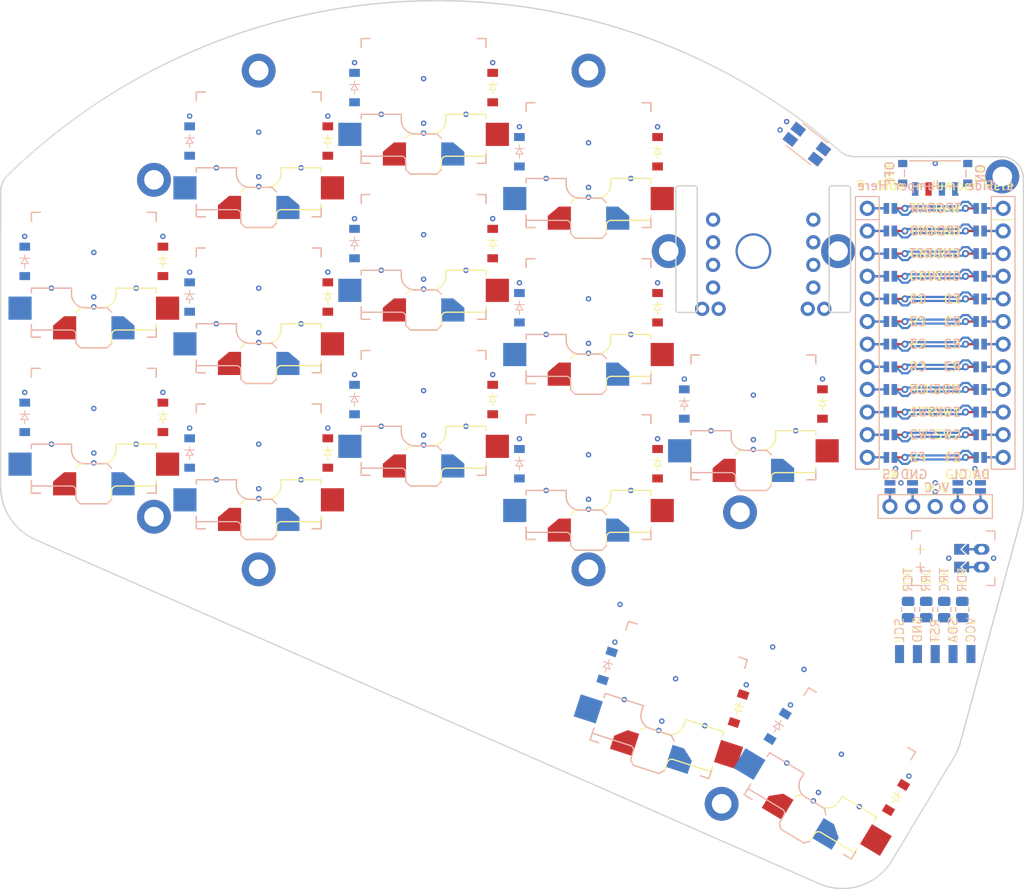
<source format=kicad_pcb>
(kicad_pcb (version 20171130) (host pcbnew 5.1.6)
  (title_block (title snak_28) (rev 0.2.1) (company JackMatanky))
  (layers (0 F.Cu signal) (31 B.Cu signal) (34 B.Paste user) (35 F.Paste user) (36 B.SilkS user) (37 F.SilkS user) (38 B.Mask user) (39 F.Mask user) (44 Edge.Cuts user))
  (net 0 "")
  (net 1 "C1")
  (net 2 "pinky_mid")
  (net 3 "pinky_top")
  (net 4 "C2")
  (net 5 "ring_bot")
  (net 6 "ring_mid")
  (net 7 "ring_top")
  (net 8 "C3")
  (net 9 "middle_bot")
  (net 10 "middle_mid")
  (net 11 "middle_top")
  (net 12 "C4")
  (net 13 "index_bot")
  (net 14 "index_mid")
  (net 15 "index_top")
  (net 16 "C5")
  (net 17 "inner_mid")
  (net 18 "out_home")
  (net 19 "in_home")
  (net 20 "R2")
  (net 21 "R1")
  (net 22 "R3")
  (net 23 "R4")
  (net 24 "RAW")
  (net 25 "GND")
  (net 26 "RST")
  (net 27 "VCC")
  (net 28 "SW1")
  (net 29 "SW2")
  (net 30 "F2")
  (net 31 "TPC")
  (net 32 "TPD")
  (net 33 "F1")
  (net 34 "MOSI")
  (net 35 "SCK")
  (net 36 "CS")
  (net 37 "MCU1_24")
  (net 38 "MCU1_1")
  (net 39 "MCU1_23")
  (net 40 "MCU1_2")
  (net 41 "MCU1_22")
  (net 42 "MCU1_3")
  (net 43 "MCU1_21")
  (net 44 "MCU1_4")
  (net 45 "MCU1_20")
  (net 46 "MCU1_5")
  (net 47 "MCU1_19")
  (net 48 "MCU1_6")
  (net 49 "MCU1_18")
  (net 50 "MCU1_7")
  (net 51 "MCU1_17")
  (net 52 "MCU1_8")
  (net 53 "MCU1_16")
  (net 54 "MCU1_9")
  (net 55 "MCU1_15")
  (net 56 "MCU1_10")
  (net 57 "MCU1_14")
  (net 58 "MCU1_11")
  (net 59 "MCU1_13")
  (net 60 "MCU1_12")
  (net 61 "DISP1_1")
  (net 62 "DISP1_2")
  (net 63 "DISP1_4")
  (net 64 "DISP1_5")
  (net 65 "pos")
  (net 66 "JST1_1")
  (net 67 "JST1_2")
  (net 68 "TPR")
  (net 69 "SMD_5_F")
  (net 70 "SMD_5_T")
  (net 71 "SMD_6_F")
  (net 72 "SMD_6_T")
  (net 73 "PAD_5")
  (module PG1350 (layer F.Cu) (at 100 82.5 180)
    (fp_text reference "S1" hide)
    (pad "" np_thru_hole circle (at 0 0) (size 3.429 3.429) (drill 3.429) (layers *.Cu *.Mask))
    (pad "" np_thru_hole circle (at 5.5 0) (size 1.7018 1.7018) (drill 1.7018) (layers *.Cu *.Mask))
    (pad "" np_thru_hole circle (at -5.5 0) (size 1.7018 1.7018) (drill 1.7018) (layers *.Cu *.Mask))
    (pad "" np_thru_hole circle (at 0 -5.95) (size 3 3) (drill 3) (layers *.Cu *.Mask))
    (pad 1 smd custom (at -3.275 -5.95 180) (size 1 1) (layers B.Cu B.Paste B.Mask) (options (clearance outline) (anchor rect)) (primitives (gr_poly (pts (xy -1.3 -1.3) (xy -1.3 0.25) (xy -0.05 1.3) (xy 1.3 1.3) (xy 1.3 -1.3)) (width 0))) (net 1 "C1"))
    (pad 2 smd rect (at 8.275 -3.75 180) (size 2.6 2.6) (layers B.Cu B.Paste B.Mask) (net 2 "pinky_mid"))
    (pad "" np_thru_hole circle (at 5 -3.75 195) (size 3 3) (drill 3) (layers *.Cu *.Mask))
    (pad 1 connect custom (at 3.275 -5.95 180) (size 0.5 0.5) (layers F.Cu F.Mask) (options (clearance outline) (anchor rect)) (primitives (gr_poly (pts (xy -1.3 -1.3) (xy -1.3 1.3) (xy 0.05 1.3) (xy 1.3 0.25) (xy 1.3 -1.3)) (width 0))) (net 1 "C1"))
    (pad 2 smd rect (at -8.275 -3.75 180) (size 2.6 2.6) (layers F.Cu F.Paste F.Mask) (net 2 "pinky_mid"))
    (pad "" np_thru_hole circle (at -5 -3.75 195) (size 3 3) (drill 3) (layers *.Cu *.Mask))
  )
  (module PG1350 (layer F.Cu) (at 100 65 180)
    (fp_text reference "S2" hide)
    (pad "" np_thru_hole circle (at 0 0) (size 3.429 3.429) (drill 3.429) (layers *.Cu *.Mask))
    (pad "" np_thru_hole circle (at 5.5 0) (size 1.7018 1.7018) (drill 1.7018) (layers *.Cu *.Mask))
    (pad "" np_thru_hole circle (at -5.5 0) (size 1.7018 1.7018) (drill 1.7018) (layers *.Cu *.Mask))
    (pad "" np_thru_hole circle (at 0 -5.95) (size 3 3) (drill 3) (layers *.Cu *.Mask))
    (pad 1 smd custom (at -3.275 -5.95 180) (size 1 1) (layers B.Cu B.Paste B.Mask) (options (clearance outline) (anchor rect)) (primitives (gr_poly (pts (xy -1.3 -1.3) (xy -1.3 0.25) (xy -0.05 1.3) (xy 1.3 1.3) (xy 1.3 -1.3)) (width 0))) (net 1 "C1"))
    (pad 2 smd rect (at 8.275 -3.75 180) (size 2.6 2.6) (layers B.Cu B.Paste B.Mask) (net 3 "pinky_top"))
    (pad "" np_thru_hole circle (at 5 -3.75 195) (size 3 3) (drill 3) (layers *.Cu *.Mask))
    (pad 1 connect custom (at 3.275 -5.95 180) (size 0.5 0.5) (layers F.Cu F.Mask) (options (clearance outline) (anchor rect)) (primitives (gr_poly (pts (xy -1.3 -1.3) (xy -1.3 1.3) (xy 0.05 1.3) (xy 1.3 0.25) (xy 1.3 -1.3)) (width 0))) (net 1 "C1"))
    (pad 2 smd rect (at -8.275 -3.75 180) (size 2.6 2.6) (layers F.Cu F.Paste F.Mask) (net 3 "pinky_top"))
    (pad "" np_thru_hole circle (at -5 -3.75 195) (size 3 3) (drill 3) (layers *.Cu *.Mask))
  )
  (module PG1350 (layer F.Cu) (at 118.5 86.5 180)
    (fp_text reference "S3" hide)
    (pad "" np_thru_hole circle (at 0 0) (size 3.429 3.429) (drill 3.429) (layers *.Cu *.Mask))
    (pad "" np_thru_hole circle (at 5.5 0) (size 1.7018 1.7018) (drill 1.7018) (layers *.Cu *.Mask))
    (pad "" np_thru_hole circle (at -5.5 0) (size 1.7018 1.7018) (drill 1.7018) (layers *.Cu *.Mask))
    (pad "" np_thru_hole circle (at 0 -5.95) (size 3 3) (drill 3) (layers *.Cu *.Mask))
    (pad 1 smd custom (at -3.275 -5.95 180) (size 1 1) (layers B.Cu B.Paste B.Mask) (options (clearance outline) (anchor rect)) (primitives (gr_poly (pts (xy -1.3 -1.3) (xy -1.3 0.25) (xy -0.05 1.3) (xy 1.3 1.3) (xy 1.3 -1.3)) (width 0))) (net 4 "C2"))
    (pad 2 smd rect (at 8.275 -3.75 180) (size 2.6 2.6) (layers B.Cu B.Paste B.Mask) (net 5 "ring_bot"))
    (pad "" np_thru_hole circle (at 5 -3.75 195) (size 3 3) (drill 3) (layers *.Cu *.Mask))
    (pad 1 connect custom (at 3.275 -5.95 180) (size 0.5 0.5) (layers F.Cu F.Mask) (options (clearance outline) (anchor rect)) (primitives (gr_poly (pts (xy -1.3 -1.3) (xy -1.3 1.3) (xy 0.05 1.3) (xy 1.3 0.25) (xy 1.3 -1.3)) (width 0))) (net 4 "C2"))
    (pad 2 smd rect (at -8.275 -3.75 180) (size 2.6 2.6) (layers F.Cu F.Paste F.Mask) (net 5 "ring_bot"))
    (pad "" np_thru_hole circle (at -5 -3.75 195) (size 3 3) (drill 3) (layers *.Cu *.Mask))
  )
  (module PG1350 (layer F.Cu) (at 118.5 69 180)
    (fp_text reference "S4" hide)
    (pad "" np_thru_hole circle (at 0 0) (size 3.429 3.429) (drill 3.429) (layers *.Cu *.Mask))
    (pad "" np_thru_hole circle (at 5.5 0) (size 1.7018 1.7018) (drill 1.7018) (layers *.Cu *.Mask))
    (pad "" np_thru_hole circle (at -5.5 0) (size 1.7018 1.7018) (drill 1.7018) (layers *.Cu *.Mask))
    (pad "" np_thru_hole circle (at 0 -5.95) (size 3 3) (drill 3) (layers *.Cu *.Mask))
    (pad 1 smd custom (at -3.275 -5.95 180) (size 1 1) (layers B.Cu B.Paste B.Mask) (options (clearance outline) (anchor rect)) (primitives (gr_poly (pts (xy -1.3 -1.3) (xy -1.3 0.25) (xy -0.05 1.3) (xy 1.3 1.3) (xy 1.3 -1.3)) (width 0))) (net 4 "C2"))
    (pad 2 smd rect (at 8.275 -3.75 180) (size 2.6 2.6) (layers B.Cu B.Paste B.Mask) (net 6 "ring_mid"))
    (pad "" np_thru_hole circle (at 5 -3.75 195) (size 3 3) (drill 3) (layers *.Cu *.Mask))
    (pad 1 connect custom (at 3.275 -5.95 180) (size 0.5 0.5) (layers F.Cu F.Mask) (options (clearance outline) (anchor rect)) (primitives (gr_poly (pts (xy -1.3 -1.3) (xy -1.3 1.3) (xy 0.05 1.3) (xy 1.3 0.25) (xy 1.3 -1.3)) (width 0))) (net 4 "C2"))
    (pad 2 smd rect (at -8.275 -3.75 180) (size 2.6 2.6) (layers F.Cu F.Paste F.Mask) (net 6 "ring_mid"))
    (pad "" np_thru_hole circle (at -5 -3.75 195) (size 3 3) (drill 3) (layers *.Cu *.Mask))
  )
  (module PG1350 (layer F.Cu) (at 118.5 51.5 180)
    (fp_text reference "S5" hide)
    (pad "" np_thru_hole circle (at 0 0) (size 3.429 3.429) (drill 3.429) (layers *.Cu *.Mask))
    (pad "" np_thru_hole circle (at 5.5 0) (size 1.7018 1.7018) (drill 1.7018) (layers *.Cu *.Mask))
    (pad "" np_thru_hole circle (at -5.5 0) (size 1.7018 1.7018) (drill 1.7018) (layers *.Cu *.Mask))
    (pad "" np_thru_hole circle (at 0 -5.95) (size 3 3) (drill 3) (layers *.Cu *.Mask))
    (pad 1 smd custom (at -3.275 -5.95 180) (size 1 1) (layers B.Cu B.Paste B.Mask) (options (clearance outline) (anchor rect)) (primitives (gr_poly (pts (xy -1.3 -1.3) (xy -1.3 0.25) (xy -0.05 1.3) (xy 1.3 1.3) (xy 1.3 -1.3)) (width 0))) (net 4 "C2"))
    (pad 2 smd rect (at 8.275 -3.75 180) (size 2.6 2.6) (layers B.Cu B.Paste B.Mask) (net 7 "ring_top"))
    (pad "" np_thru_hole circle (at 5 -3.75 195) (size 3 3) (drill 3) (layers *.Cu *.Mask))
    (pad 1 connect custom (at 3.275 -5.95 180) (size 0.5 0.5) (layers F.Cu F.Mask) (options (clearance outline) (anchor rect)) (primitives (gr_poly (pts (xy -1.3 -1.3) (xy -1.3 1.3) (xy 0.05 1.3) (xy 1.3 0.25) (xy 1.3 -1.3)) (width 0))) (net 4 "C2"))
    (pad 2 smd rect (at -8.275 -3.75 180) (size 2.6 2.6) (layers F.Cu F.Paste F.Mask) (net 7 "ring_top"))
    (pad "" np_thru_hole circle (at -5 -3.75 195) (size 3 3) (drill 3) (layers *.Cu *.Mask))
  )
  (module PG1350 (layer F.Cu) (at 137 80.5 180)
    (fp_text reference "S6" hide)
    (pad "" np_thru_hole circle (at 0 0) (size 3.429 3.429) (drill 3.429) (layers *.Cu *.Mask))
    (pad "" np_thru_hole circle (at 5.5 0) (size 1.7018 1.7018) (drill 1.7018) (layers *.Cu *.Mask))
    (pad "" np_thru_hole circle (at -5.5 0) (size 1.7018 1.7018) (drill 1.7018) (layers *.Cu *.Mask))
    (pad "" np_thru_hole circle (at 0 -5.95) (size 3 3) (drill 3) (layers *.Cu *.Mask))
    (pad 1 smd custom (at -3.275 -5.95 180) (size 1 1) (layers B.Cu B.Paste B.Mask) (options (clearance outline) (anchor rect)) (primitives (gr_poly (pts (xy -1.3 -1.3) (xy -1.3 0.25) (xy -0.05 1.3) (xy 1.3 1.3) (xy 1.3 -1.3)) (width 0))) (net 8 "C3"))
    (pad 2 smd rect (at 8.275 -3.75 180) (size 2.6 2.6) (layers B.Cu B.Paste B.Mask) (net 9 "middle_bot"))
    (pad "" np_thru_hole circle (at 5 -3.75 195) (size 3 3) (drill 3) (layers *.Cu *.Mask))
    (pad 1 connect custom (at 3.275 -5.95 180) (size 0.5 0.5) (layers F.Cu F.Mask) (options (clearance outline) (anchor rect)) (primitives (gr_poly (pts (xy -1.3 -1.3) (xy -1.3 1.3) (xy 0.05 1.3) (xy 1.3 0.25) (xy 1.3 -1.3)) (width 0))) (net 8 "C3"))
    (pad 2 smd rect (at -8.275 -3.75 180) (size 2.6 2.6) (layers F.Cu F.Paste F.Mask) (net 9 "middle_bot"))
    (pad "" np_thru_hole circle (at -5 -3.75 195) (size 3 3) (drill 3) (layers *.Cu *.Mask))
  )
  (module PG1350 (layer F.Cu) (at 137 63 180)
    (fp_text reference "S7" hide)
    (pad "" np_thru_hole circle (at 0 0) (size 3.429 3.429) (drill 3.429) (layers *.Cu *.Mask))
    (pad "" np_thru_hole circle (at 5.5 0) (size 1.7018 1.7018) (drill 1.7018) (layers *.Cu *.Mask))
    (pad "" np_thru_hole circle (at -5.5 0) (size 1.7018 1.7018) (drill 1.7018) (layers *.Cu *.Mask))
    (pad "" np_thru_hole circle (at 0 -5.95) (size 3 3) (drill 3) (layers *.Cu *.Mask))
    (pad 1 smd custom (at -3.275 -5.95 180) (size 1 1) (layers B.Cu B.Paste B.Mask) (options (clearance outline) (anchor rect)) (primitives (gr_poly (pts (xy -1.3 -1.3) (xy -1.3 0.25) (xy -0.05 1.3) (xy 1.3 1.3) (xy 1.3 -1.3)) (width 0))) (net 8 "C3"))
    (pad 2 smd rect (at 8.275 -3.75 180) (size 2.6 2.6) (layers B.Cu B.Paste B.Mask) (net 10 "middle_mid"))
    (pad "" np_thru_hole circle (at 5 -3.75 195) (size 3 3) (drill 3) (layers *.Cu *.Mask))
    (pad 1 connect custom (at 3.275 -5.95 180) (size 0.5 0.5) (layers F.Cu F.Mask) (options (clearance outline) (anchor rect)) (primitives (gr_poly (pts (xy -1.3 -1.3) (xy -1.3 1.3) (xy 0.05 1.3) (xy 1.3 0.25) (xy 1.3 -1.3)) (width 0))) (net 8 "C3"))
    (pad 2 smd rect (at -8.275 -3.75 180) (size 2.6 2.6) (layers F.Cu F.Paste F.Mask) (net 10 "middle_mid"))
    (pad "" np_thru_hole circle (at -5 -3.75 195) (size 3 3) (drill 3) (layers *.Cu *.Mask))
  )
  (module PG1350 (layer F.Cu) (at 137 45.5 180)
    (fp_text reference "S8" hide)
    (pad "" np_thru_hole circle (at 0 0) (size 3.429 3.429) (drill 3.429) (layers *.Cu *.Mask))
    (pad "" np_thru_hole circle (at 5.5 0) (size 1.7018 1.7018) (drill 1.7018) (layers *.Cu *.Mask))
    (pad "" np_thru_hole circle (at -5.5 0) (size 1.7018 1.7018) (drill 1.7018) (layers *.Cu *.Mask))
    (pad "" np_thru_hole circle (at 0 -5.95) (size 3 3) (drill 3) (layers *.Cu *.Mask))
    (pad 1 smd custom (at -3.275 -5.95 180) (size 1 1) (layers B.Cu B.Paste B.Mask) (options (clearance outline) (anchor rect)) (primitives (gr_poly (pts (xy -1.3 -1.3) (xy -1.3 0.25) (xy -0.05 1.3) (xy 1.3 1.3) (xy 1.3 -1.3)) (width 0))) (net 8 "C3"))
    (pad 2 smd rect (at 8.275 -3.75 180) (size 2.6 2.6) (layers B.Cu B.Paste B.Mask) (net 11 "middle_top"))
    (pad "" np_thru_hole circle (at 5 -3.75 195) (size 3 3) (drill 3) (layers *.Cu *.Mask))
    (pad 1 connect custom (at 3.275 -5.95 180) (size 0.5 0.5) (layers F.Cu F.Mask) (options (clearance outline) (anchor rect)) (primitives (gr_poly (pts (xy -1.3 -1.3) (xy -1.3 1.3) (xy 0.05 1.3) (xy 1.3 0.25) (xy 1.3 -1.3)) (width 0))) (net 8 "C3"))
    (pad 2 smd rect (at -8.275 -3.75 180) (size 2.6 2.6) (layers F.Cu F.Paste F.Mask) (net 11 "middle_top"))
    (pad "" np_thru_hole circle (at -5 -3.75 195) (size 3 3) (drill 3) (layers *.Cu *.Mask))
  )
  (module PG1350 (layer F.Cu) (at 155.5 87.7 180)
    (fp_text reference "S9" hide)
    (pad "" np_thru_hole circle (at 0 0) (size 3.429 3.429) (drill 3.429) (layers *.Cu *.Mask))
    (pad "" np_thru_hole circle (at 5.5 0) (size 1.7018 1.7018) (drill 1.7018) (layers *.Cu *.Mask))
    (pad "" np_thru_hole circle (at -5.5 0) (size 1.7018 1.7018) (drill 1.7018) (layers *.Cu *.Mask))
    (pad "" np_thru_hole circle (at 0 -5.95) (size 3 3) (drill 3) (layers *.Cu *.Mask))
    (pad 1 smd custom (at -3.275 -5.95 180) (size 1 1) (layers B.Cu B.Paste B.Mask) (options (clearance outline) (anchor rect)) (primitives (gr_poly (pts (xy -1.3 -1.3) (xy -1.3 0.25) (xy -0.05 1.3) (xy 1.3 1.3) (xy 1.3 -1.3)) (width 0))) (net 12 "C4"))
    (pad 2 smd rect (at 8.275 -3.75 180) (size 2.6 2.6) (layers B.Cu B.Paste B.Mask) (net 13 "index_bot"))
    (pad "" np_thru_hole circle (at 5 -3.75 195) (size 3 3) (drill 3) (layers *.Cu *.Mask))
    (pad 1 connect custom (at 3.275 -5.95 180) (size 0.5 0.5) (layers F.Cu F.Mask) (options (clearance outline) (anchor rect)) (primitives (gr_poly (pts (xy -1.3 -1.3) (xy -1.3 1.3) (xy 0.05 1.3) (xy 1.3 0.25) (xy 1.3 -1.3)) (width 0))) (net 12 "C4"))
    (pad 2 smd rect (at -8.275 -3.75 180) (size 2.6 2.6) (layers F.Cu F.Paste F.Mask) (net 13 "index_bot"))
    (pad "" np_thru_hole circle (at -5 -3.75 195) (size 3 3) (drill 3) (layers *.Cu *.Mask))
  )
  (module PG1350 (layer F.Cu) (at 155.5 70.2 180)
    (fp_text reference "S10" hide)
    (pad "" np_thru_hole circle (at 0 0) (size 3.429 3.429) (drill 3.429) (layers *.Cu *.Mask))
    (pad "" np_thru_hole circle (at 5.5 0) (size 1.7018 1.7018) (drill 1.7018) (layers *.Cu *.Mask))
    (pad "" np_thru_hole circle (at -5.5 0) (size 1.7018 1.7018) (drill 1.7018) (layers *.Cu *.Mask))
    (pad "" np_thru_hole circle (at 0 -5.95) (size 3 3) (drill 3) (layers *.Cu *.Mask))
    (pad 1 smd custom (at -3.275 -5.95 180) (size 1 1) (layers B.Cu B.Paste B.Mask) (options (clearance outline) (anchor rect)) (primitives (gr_poly (pts (xy -1.3 -1.3) (xy -1.3 0.25) (xy -0.05 1.3) (xy 1.3 1.3) (xy 1.3 -1.3)) (width 0))) (net 12 "C4"))
    (pad 2 smd rect (at 8.275 -3.75 180) (size 2.6 2.6) (layers B.Cu B.Paste B.Mask) (net 14 "index_mid"))
    (pad "" np_thru_hole circle (at 5 -3.75 195) (size 3 3) (drill 3) (layers *.Cu *.Mask))
    (pad 1 connect custom (at 3.275 -5.95 180) (size 0.5 0.5) (layers F.Cu F.Mask) (options (clearance outline) (anchor rect)) (primitives (gr_poly (pts (xy -1.3 -1.3) (xy -1.3 1.3) (xy 0.05 1.3) (xy 1.3 0.25) (xy 1.3 -1.3)) (width 0))) (net 12 "C4"))
    (pad 2 smd rect (at -8.275 -3.75 180) (size 2.6 2.6) (layers F.Cu F.Paste F.Mask) (net 14 "index_mid"))
    (pad "" np_thru_hole circle (at -5 -3.75 195) (size 3 3) (drill 3) (layers *.Cu *.Mask))
  )
  (module PG1350 (layer F.Cu) (at 155.5 52.7 180)
    (fp_text reference "S11" hide)
    (pad "" np_thru_hole circle (at 0 0) (size 3.429 3.429) (drill 3.429) (layers *.Cu *.Mask))
    (pad "" np_thru_hole circle (at 5.5 0) (size 1.7018 1.7018) (drill 1.7018) (layers *.Cu *.Mask))
    (pad "" np_thru_hole circle (at -5.5 0) (size 1.7018 1.7018) (drill 1.7018) (layers *.Cu *.Mask))
    (pad "" np_thru_hole circle (at 0 -5.95) (size 3 3) (drill 3) (layers *.Cu *.Mask))
    (pad 1 smd custom (at -3.275 -5.95 180) (size 1 1) (layers B.Cu B.Paste B.Mask) (options (clearance outline) (anchor rect)) (primitives (gr_poly (pts (xy -1.3 -1.3) (xy -1.3 0.25) (xy -0.05 1.3) (xy 1.3 1.3) (xy 1.3 -1.3)) (width 0))) (net 12 "C4"))
    (pad 2 smd rect (at 8.275 -3.75 180) (size 2.6 2.6) (layers B.Cu B.Paste B.Mask) (net 15 "index_top"))
    (pad "" np_thru_hole circle (at 5 -3.75 195) (size 3 3) (drill 3) (layers *.Cu *.Mask))
    (pad 1 connect custom (at 3.275 -5.95 180) (size 0.5 0.5) (layers F.Cu F.Mask) (options (clearance outline) (anchor rect)) (primitives (gr_poly (pts (xy -1.3 -1.3) (xy -1.3 1.3) (xy 0.05 1.3) (xy 1.3 0.25) (xy 1.3 -1.3)) (width 0))) (net 12 "C4"))
    (pad 2 smd rect (at -8.275 -3.75 180) (size 2.6 2.6) (layers F.Cu F.Paste F.Mask) (net 15 "index_top"))
    (pad "" np_thru_hole circle (at -5 -3.75 195) (size 3 3) (drill 3) (layers *.Cu *.Mask))
  )
  (module PG1350 (layer F.Cu) (at 174 81 180)
    (fp_text reference "S12" hide)
    (pad "" np_thru_hole circle (at 0 0) (size 3.429 3.429) (drill 3.429) (layers *.Cu *.Mask))
    (pad "" np_thru_hole circle (at 5.5 0) (size 1.7018 1.7018) (drill 1.7018) (layers *.Cu *.Mask))
    (pad "" np_thru_hole circle (at -5.5 0) (size 1.7018 1.7018) (drill 1.7018) (layers *.Cu *.Mask))
    (pad "" np_thru_hole circle (at 0 -5.95) (size 3 3) (drill 3) (layers *.Cu *.Mask))
    (pad 1 smd custom (at -3.275 -5.95 180) (size 1 1) (layers B.Cu B.Paste B.Mask) (options (clearance outline) (anchor rect)) (primitives (gr_poly (pts (xy -1.3 -1.3) (xy -1.3 0.25) (xy -0.05 1.3) (xy 1.3 1.3) (xy 1.3 -1.3)) (width 0))) (net 16 "C5"))
    (pad 2 smd rect (at 8.275 -3.75 180) (size 2.6 2.6) (layers B.Cu B.Paste B.Mask) (net 17 "inner_mid"))
    (pad "" np_thru_hole circle (at 5 -3.75 195) (size 3 3) (drill 3) (layers *.Cu *.Mask))
    (pad 1 connect custom (at 3.275 -5.95 180) (size 0.5 0.5) (layers F.Cu F.Mask) (options (clearance outline) (anchor rect)) (primitives (gr_poly (pts (xy -1.3 -1.3) (xy -1.3 1.3) (xy 0.05 1.3) (xy 1.3 0.25) (xy 1.3 -1.3)) (width 0))) (net 16 "C5"))
    (pad 2 smd rect (at -8.275 -3.75 180) (size 2.6 2.6) (layers F.Cu F.Paste F.Mask) (net 17 "inner_mid"))
    (pad "" np_thru_hole circle (at -5 -3.75 195) (size 3 3) (drill 3) (layers *.Cu *.Mask))
  )
  (module PG1350 (layer F.Cu) (at 164.5 112.7 162)
    (fp_text reference "S13" hide)
    (pad "" np_thru_hole circle (at 0 0) (size 3.429 3.429) (drill 3.429) (layers *.Cu *.Mask))
    (pad "" np_thru_hole circle (at 5.5 0) (size 1.7018 1.7018) (drill 1.7018) (layers *.Cu *.Mask))
    (pad "" np_thru_hole circle (at -5.5 0) (size 1.7018 1.7018) (drill 1.7018) (layers *.Cu *.Mask))
    (pad "" np_thru_hole circle (at 0 -5.95) (size 3 3) (drill 3) (layers *.Cu *.Mask))
    (pad 1 smd custom (at -3.275 -5.95 162) (size 1 1) (layers B.Cu B.Paste B.Mask) (options (clearance outline) (anchor rect)) (primitives (gr_poly (pts (xy -1.3 -1.3) (xy -1.3 0.25) (xy -0.05 1.3) (xy 1.3 1.3) (xy 1.3 -1.3)) (width 0))) (net 12 "C4"))
    (pad 2 smd rect (at 8.275 -3.75 162) (size 2.6 2.6) (layers B.Cu B.Paste B.Mask) (net 18 "out_home"))
    (pad "" np_thru_hole circle (at 5 -3.75 195) (size 3 3) (drill 3) (layers *.Cu *.Mask))
    (pad 1 connect custom (at 3.275 -5.95 162) (size 0.5 0.5) (layers F.Cu F.Mask) (options (clearance outline) (anchor rect)) (primitives (gr_poly (pts (xy -1.3 -1.3) (xy -1.3 1.3) (xy 0.05 1.3) (xy 1.3 0.25) (xy 1.3 -1.3)) (width 0))) (net 12 "C4"))
    (pad 2 smd rect (at -8.275 -3.75 162) (size 2.6 2.6) (layers F.Cu F.Paste F.Mask) (net 18 "out_home"))
    (pad "" np_thru_hole circle (at -5 -3.75 195) (size 3 3) (drill 3) (layers *.Cu *.Mask))
  )
  (module PG1350 (layer F.Cu) (at 182.588078 120.9429628 149)
    (fp_text reference "S14" hide)
    (pad "" np_thru_hole circle (at 0 0) (size 3.429 3.429) (drill 3.429) (layers *.Cu *.Mask))
    (pad "" np_thru_hole circle (at 5.5 0) (size 1.7018 1.7018) (drill 1.7018) (layers *.Cu *.Mask))
    (pad "" np_thru_hole circle (at -5.5 0) (size 1.7018 1.7018) (drill 1.7018) (layers *.Cu *.Mask))
    (pad "" np_thru_hole circle (at 0 -5.95) (size 3 3) (drill 3) (layers *.Cu *.Mask))
    (pad 1 smd custom (at -3.275 -5.95 149) (size 1 1) (layers B.Cu B.Paste B.Mask) (options (clearance outline) (anchor rect)) (primitives (gr_poly (pts (xy -1.3 -1.3) (xy -1.3 0.25) (xy -0.05 1.3) (xy 1.3 1.3) (xy 1.3 -1.3)) (width 0))) (net 16 "C5"))
    (pad 2 smd rect (at 8.275 -3.75 149) (size 2.6 2.6) (layers B.Cu B.Paste B.Mask) (net 19 "in_home"))
    (pad "" np_thru_hole circle (at 5 -3.75 195) (size 3 3) (drill 3) (layers *.Cu *.Mask))
    (pad 1 connect custom (at 3.275 -5.95 149) (size 0.5 0.5) (layers F.Cu F.Mask) (options (clearance outline) (anchor rect)) (primitives (gr_poly (pts (xy -1.3 -1.3) (xy -1.3 1.3) (xy 0.05 1.3) (xy 1.3 0.25) (xy 1.3 -1.3)) (width 0))) (net 16 "C5"))
    (pad 2 smd rect (at -8.275 -3.75 149) (size 2.6 2.6) (layers F.Cu F.Paste F.Mask) (net 19 "in_home"))
    (pad "" np_thru_hole circle (at -5 -3.75 195) (size 3 3) (drill 3) (layers *.Cu *.Mask))
  )
  (module "ceoloide:diode_tht_sod123" (layer F.Cu) (at 107.75 81 270)
    (fp_text reference "D1" hide)
    (pad 1 smd rect (at -1.65 0 270) (size 0.9 1.2) (layers F.Cu F.Paste F.Mask) (net 20 "R2"))
    (pad 2 smd rect (at 1.65 0 270) (size 0.9 1.2) (layers F.Cu F.Paste F.Mask) (net 2 "pinky_mid"))
  )
  (module "ceoloide:diode_tht_sod123" (layer F.Cu) (at 107.75 63.5 270)
    (fp_text reference "D2" hide)
    (pad 1 smd rect (at -1.65 0 270) (size 0.9 1.2) (layers F.Cu F.Paste F.Mask) (net 21 "R1"))
    (pad 2 smd rect (at 1.65 0 270) (size 0.9 1.2) (layers F.Cu F.Paste F.Mask) (net 3 "pinky_top"))
  )
  (module "ceoloide:diode_tht_sod123" (layer F.Cu) (at 126.25 85 270)
    (fp_text reference "D3" hide)
    (pad 1 smd rect (at -1.65 0 270) (size 0.9 1.2) (layers F.Cu F.Paste F.Mask) (net 22 "R3"))
    (pad 2 smd rect (at 1.65 0 270) (size 0.9 1.2) (layers F.Cu F.Paste F.Mask) (net 5 "ring_bot"))
  )
  (module "ceoloide:diode_tht_sod123" (layer F.Cu) (at 126.25 67.5 270)
    (fp_text reference "D4" hide)
    (pad 1 smd rect (at -1.65 0 270) (size 0.9 1.2) (layers F.Cu F.Paste F.Mask) (net 20 "R2"))
    (pad 2 smd rect (at 1.65 0 270) (size 0.9 1.2) (layers F.Cu F.Paste F.Mask) (net 6 "ring_mid"))
  )
  (module "ceoloide:diode_tht_sod123" (layer F.Cu) (at 126.25 50 270)
    (fp_text reference "D5" hide)
    (pad 1 smd rect (at -1.65 0 270) (size 0.9 1.2) (layers F.Cu F.Paste F.Mask) (net 21 "R1"))
    (pad 2 smd rect (at 1.65 0 270) (size 0.9 1.2) (layers F.Cu F.Paste F.Mask) (net 7 "ring_top"))
  )
  (module "ceoloide:diode_tht_sod123" (layer F.Cu) (at 144.75 79 270)
    (fp_text reference "D6" hide)
    (pad 1 smd rect (at -1.65 0 270) (size 0.9 1.2) (layers F.Cu F.Paste F.Mask) (net 22 "R3"))
    (pad 2 smd rect (at 1.65 0 270) (size 0.9 1.2) (layers F.Cu F.Paste F.Mask) (net 9 "middle_bot"))
  )
  (module "ceoloide:diode_tht_sod123" (layer F.Cu) (at 144.75 61.5 270)
    (fp_text reference "D7" hide)
    (pad 1 smd rect (at -1.65 0 270) (size 0.9 1.2) (layers F.Cu F.Paste F.Mask) (net 20 "R2"))
    (pad 2 smd rect (at 1.65 0 270) (size 0.9 1.2) (layers F.Cu F.Paste F.Mask) (net 10 "middle_mid"))
  )
  (module "ceoloide:diode_tht_sod123" (layer F.Cu) (at 144.75 44 270)
    (fp_text reference "D8" hide)
    (pad 1 smd rect (at -1.65 0 270) (size 0.9 1.2) (layers F.Cu F.Paste F.Mask) (net 21 "R1"))
    (pad 2 smd rect (at 1.65 0 270) (size 0.9 1.2) (layers F.Cu F.Paste F.Mask) (net 11 "middle_top"))
  )
  (module "ceoloide:diode_tht_sod123" (layer F.Cu) (at 163.25 86.2 270)
    (fp_text reference "D9" hide)
    (pad 1 smd rect (at -1.65 0 270) (size 0.9 1.2) (layers F.Cu F.Paste F.Mask) (net 22 "R3"))
    (pad 2 smd rect (at 1.65 0 270) (size 0.9 1.2) (layers F.Cu F.Paste F.Mask) (net 13 "index_bot"))
  )
  (module "ceoloide:diode_tht_sod123" (layer F.Cu) (at 163.25 68.7 270)
    (fp_text reference "D10" hide)
    (pad 1 smd rect (at -1.65 0 270) (size 0.9 1.2) (layers F.Cu F.Paste F.Mask) (net 20 "R2"))
    (pad 2 smd rect (at 1.65 0 270) (size 0.9 1.2) (layers F.Cu F.Paste F.Mask) (net 14 "index_mid"))
  )
  (module "ceoloide:diode_tht_sod123" (layer F.Cu) (at 163.25 51.2 270)
    (fp_text reference "D11" hide)
    (pad 1 smd rect (at -1.65 0 270) (size 0.9 1.2) (layers F.Cu F.Paste F.Mask) (net 21 "R1"))
    (pad 2 smd rect (at 1.65 0 270) (size 0.9 1.2) (layers F.Cu F.Paste F.Mask) (net 15 "index_top"))
  )
  (module "ceoloide:diode_tht_sod123" (layer F.Cu) (at 181.75 79.5 270)
    (fp_text reference "D12" hide)
    (pad 1 smd rect (at -1.65 0 270) (size 0.9 1.2) (layers F.Cu F.Paste F.Mask) (net 20 "R2"))
    (pad 2 smd rect (at 1.65 0 270) (size 0.9 1.2) (layers F.Cu F.Paste F.Mask) (net 17 "inner_mid"))
  )
  (module "ceoloide:diode_tht_sod123" (layer F.Cu) (at 172.3342135 113.6682969 252)
    (fp_text reference "D13" hide)
    (pad 1 smd rect (at -1.65 0 252) (size 0.9 1.2) (layers F.Cu F.Paste F.Mask) (net 23 "R4"))
    (pad 2 smd rect (at 1.65 0 252) (size 0.9 1.2) (layers F.Cu F.Paste F.Mask) (net 18 "out_home"))
  )
  (module "ceoloide:diode_tht_sod123" (layer F.Cu) (at 190.0036817 123.64875690000001 239)
    (fp_text reference "D14" hide)
    (pad 1 smd rect (at -1.65 0 239) (size 0.9 1.2) (layers F.Cu F.Paste F.Mask) (net 23 "R4"))
    (pad 2 smd rect (at 1.65 0 239) (size 0.9 1.2) (layers F.Cu F.Paste F.Mask) (net 19 "in_home"))
  )
  (module "ceoloide:diode_tht_sod123" (layer B.Cu) (at 92.25 81 270)
    (fp_text reference "D15" hide)
    (pad 2 smd rect (at 1.65 0 270) (size 0.9 1.2) (layers B.Cu B.Paste B.Mask) (net 2 "pinky_mid"))
    (pad 1 smd rect (at -1.65 0 270) (size 0.9 1.2) (layers B.Cu B.Paste B.Mask) (net 20 "R2"))
  )
  (module "ceoloide:diode_tht_sod123" (layer B.Cu) (at 92.25 63.5 270)
    (fp_text reference "D16" hide)
    (pad 2 smd rect (at 1.65 0 270) (size 0.9 1.2) (layers B.Cu B.Paste B.Mask) (net 3 "pinky_top"))
    (pad 1 smd rect (at -1.65 0 270) (size 0.9 1.2) (layers B.Cu B.Paste B.Mask) (net 21 "R1"))
  )
  (module "ceoloide:diode_tht_sod123" (layer B.Cu) (at 110.75 85 270)
    (fp_text reference "D17" hide)
    (pad 2 smd rect (at 1.65 0 270) (size 0.9 1.2) (layers B.Cu B.Paste B.Mask) (net 5 "ring_bot"))
    (pad 1 smd rect (at -1.65 0 270) (size 0.9 1.2) (layers B.Cu B.Paste B.Mask) (net 22 "R3"))
  )
  (module "ceoloide:diode_tht_sod123" (layer B.Cu) (at 110.75 67.5 270)
    (fp_text reference "D18" hide)
    (pad 2 smd rect (at 1.65 0 270) (size 0.9 1.2) (layers B.Cu B.Paste B.Mask) (net 6 "ring_mid"))
    (pad 1 smd rect (at -1.65 0 270) (size 0.9 1.2) (layers B.Cu B.Paste B.Mask) (net 20 "R2"))
  )
  (module "ceoloide:diode_tht_sod123" (layer B.Cu) (at 110.75 50 270)
    (fp_text reference "D19" hide)
    (pad 2 smd rect (at 1.65 0 270) (size 0.9 1.2) (layers B.Cu B.Paste B.Mask) (net 7 "ring_top"))
    (pad 1 smd rect (at -1.65 0 270) (size 0.9 1.2) (layers B.Cu B.Paste B.Mask) (net 21 "R1"))
  )
  (module "ceoloide:diode_tht_sod123" (layer B.Cu) (at 129.25 79 270)
    (fp_text reference "D20" hide)
    (pad 2 smd rect (at 1.65 0 270) (size 0.9 1.2) (layers B.Cu B.Paste B.Mask) (net 9 "middle_bot"))
    (pad 1 smd rect (at -1.65 0 270) (size 0.9 1.2) (layers B.Cu B.Paste B.Mask) (net 22 "R3"))
  )
  (module "ceoloide:diode_tht_sod123" (layer B.Cu) (at 129.25 61.5 270)
    (fp_text reference "D21" hide)
    (pad 2 smd rect (at 1.65 0 270) (size 0.9 1.2) (layers B.Cu B.Paste B.Mask) (net 10 "middle_mid"))
    (pad 1 smd rect (at -1.65 0 270) (size 0.9 1.2) (layers B.Cu B.Paste B.Mask) (net 20 "R2"))
  )
  (module "ceoloide:diode_tht_sod123" (layer B.Cu) (at 129.25 44 270)
    (fp_text reference "D22" hide)
    (pad 2 smd rect (at 1.65 0 270) (size 0.9 1.2) (layers B.Cu B.Paste B.Mask) (net 11 "middle_top"))
    (pad 1 smd rect (at -1.65 0 270) (size 0.9 1.2) (layers B.Cu B.Paste B.Mask) (net 21 "R1"))
  )
  (module "ceoloide:diode_tht_sod123" (layer B.Cu) (at 147.75 86.2 270)
    (fp_text reference "D23" hide)
    (pad 2 smd rect (at 1.65 0 270) (size 0.9 1.2) (layers B.Cu B.Paste B.Mask) (net 13 "index_bot"))
    (pad 1 smd rect (at -1.65 0 270) (size 0.9 1.2) (layers B.Cu B.Paste B.Mask) (net 22 "R3"))
  )
  (module "ceoloide:diode_tht_sod123" (layer B.Cu) (at 147.75 68.7 270)
    (fp_text reference "D24" hide)
    (pad 2 smd rect (at 1.65 0 270) (size 0.9 1.2) (layers B.Cu B.Paste B.Mask) (net 14 "index_mid"))
    (pad 1 smd rect (at -1.65 0 270) (size 0.9 1.2) (layers B.Cu B.Paste B.Mask) (net 20 "R2"))
  )
  (module "ceoloide:diode_tht_sod123" (layer B.Cu) (at 147.75 51.2 270)
    (fp_text reference "D25" hide)
    (pad 2 smd rect (at 1.65 0 270) (size 0.9 1.2) (layers B.Cu B.Paste B.Mask) (net 15 "index_top"))
    (pad 1 smd rect (at -1.65 0 270) (size 0.9 1.2) (layers B.Cu B.Paste B.Mask) (net 21 "R1"))
  )
  (module "ceoloide:diode_tht_sod123" (layer B.Cu) (at 166.25 79.5 270)
    (fp_text reference "D26" hide)
    (pad 2 smd rect (at 1.65 0 270) (size 0.9 1.2) (layers B.Cu B.Paste B.Mask) (net 17 "inner_mid"))
    (pad 1 smd rect (at -1.65 0 270) (size 0.9 1.2) (layers B.Cu B.Paste B.Mask) (net 20 "R2"))
  )
  (module "ceoloide:diode_tht_sod123" (layer B.Cu) (at 157.5928375 108.8785335 252)
    (fp_text reference "D27" hide)
    (pad 2 smd rect (at 1.65 0 252) (size 0.9 1.2) (layers B.Cu B.Paste B.Mask) (net 18 "out_home"))
    (pad 1 smd rect (at -1.65 0 252) (size 0.9 1.2) (layers B.Cu B.Paste B.Mask) (net 23 "R4"))
  )
  (module "ceoloide:diode_tht_sod123" (layer B.Cu) (at 176.7175885 115.6656668 239)
    (fp_text reference "D28" hide)
    (pad 2 smd rect (at 1.65 0 239) (size 0.9 1.2) (layers B.Cu B.Paste B.Mask) (net 19 "in_home"))
    (pad 1 smd rect (at -1.65 0 239) (size 0.9 1.2) (layers B.Cu B.Paste B.Mask) (net 23 "R4"))
  )
  (module VIA-0.6mm (layer F.Cu) (at 107.75 78.2 0)
    (fp_text reference REF** hide)
    (fp_text value VIA-0.6mm hide)
    (pad 1 thru_hole circle (at 0 0) (size 0.6 0.6) (drill 0.3) (layers *.Cu) (net 20 "R2"))
  )
  (module VIA-0.6mm (layer F.Cu) (at 107.75 60.7 0)
    (fp_text reference REF** hide)
    (fp_text value VIA-0.6mm hide)
    (pad 1 thru_hole circle (at 0 0) (size 0.6 0.6) (drill 0.3) (layers *.Cu) (net 21 "R1"))
  )
  (module VIA-0.6mm (layer F.Cu) (at 126.25 82.2 0)
    (fp_text reference REF** hide)
    (fp_text value VIA-0.6mm hide)
    (pad 1 thru_hole circle (at 0 0) (size 0.6 0.6) (drill 0.3) (layers *.Cu) (net 22 "R3"))
  )
  (module VIA-0.6mm (layer F.Cu) (at 126.25 64.7 0)
    (fp_text reference REF** hide)
    (fp_text value VIA-0.6mm hide)
    (pad 1 thru_hole circle (at 0 0) (size 0.6 0.6) (drill 0.3) (layers *.Cu) (net 20 "R2"))
  )
  (module VIA-0.6mm (layer F.Cu) (at 126.25 47.2 0)
    (fp_text reference REF** hide)
    (fp_text value VIA-0.6mm hide)
    (pad 1 thru_hole circle (at 0 0) (size 0.6 0.6) (drill 0.3) (layers *.Cu) (net 21 "R1"))
  )
  (module VIA-0.6mm (layer F.Cu) (at 144.75 76.2 0)
    (fp_text reference REF** hide)
    (fp_text value VIA-0.6mm hide)
    (pad 1 thru_hole circle (at 0 0) (size 0.6 0.6) (drill 0.3) (layers *.Cu) (net 22 "R3"))
  )
  (module VIA-0.6mm (layer F.Cu) (at 144.75 58.7 0)
    (fp_text reference REF** hide)
    (fp_text value VIA-0.6mm hide)
    (pad 1 thru_hole circle (at 0 0) (size 0.6 0.6) (drill 0.3) (layers *.Cu) (net 20 "R2"))
  )
  (module VIA-0.6mm (layer F.Cu) (at 144.75 41.2 0)
    (fp_text reference REF** hide)
    (fp_text value VIA-0.6mm hide)
    (pad 1 thru_hole circle (at 0 0) (size 0.6 0.6) (drill 0.3) (layers *.Cu) (net 21 "R1"))
  )
  (module VIA-0.6mm (layer F.Cu) (at 163.25 83.4 0)
    (fp_text reference REF** hide)
    (fp_text value VIA-0.6mm hide)
    (pad 1 thru_hole circle (at 0 0) (size 0.6 0.6) (drill 0.3) (layers *.Cu) (net 22 "R3"))
  )
  (module VIA-0.6mm (layer F.Cu) (at 163.25 65.9 0)
    (fp_text reference REF** hide)
    (fp_text value VIA-0.6mm hide)
    (pad 1 thru_hole circle (at 0 0) (size 0.6 0.6) (drill 0.3) (layers *.Cu) (net 20 "R2"))
  )
  (module VIA-0.6mm (layer F.Cu) (at 163.25 48.400000000000006 0)
    (fp_text reference REF** hide)
    (fp_text value VIA-0.6mm hide)
    (pad 1 thru_hole circle (at 0 0) (size 0.6 0.6) (drill 0.3) (layers *.Cu) (net 21 "R1"))
  )
  (module VIA-0.6mm (layer F.Cu) (at 181.75 76.7 0)
    (fp_text reference REF** hide)
    (fp_text value VIA-0.6mm hide)
    (pad 1 thru_hole circle (at 0 0) (size 0.6 0.6) (drill 0.3) (layers *.Cu) (net 20 "R2"))
  )
  (module VIA-0.6mm (layer F.Cu) (at 173.1994611 111.00533870000001 -18)
    (fp_text reference REF** hide)
    (fp_text value VIA-0.6mm hide)
    (pad 1 thru_hole circle (at 0 0) (size 0.6 0.6) (drill 0.3) (layers *.Cu) (net 23 "R4"))
  )
  (module VIA-0.6mm (layer F.Cu) (at 191.4457883 121.2486885 -31)
    (fp_text reference REF** hide)
    (fp_text value VIA-0.6mm hide)
    (pad 1 thru_hole circle (at 0 0) (size 0.6 0.6) (drill 0.3) (layers *.Cu) (net 23 "R4"))
  )
  (module VIA-0.6mm (layer F.Cu) (at 104.75 84 0)
    (fp_text reference REF** hide)
    (fp_text value VIA-0.6mm hide)
    (pad 1 thru_hole circle (at 0 0) (size 0.6 0.6) (drill 0.3) (layers *.Cu) (net 2 "pinky_mid"))
  )
  (module VIA-0.6mm (layer F.Cu) (at 104.75 66.5 0)
    (fp_text reference REF** hide)
    (fp_text value VIA-0.6mm hide)
    (pad 1 thru_hole circle (at 0 0) (size 0.6 0.6) (drill 0.3) (layers *.Cu) (net 3 "pinky_top"))
  )
  (module VIA-0.6mm (layer F.Cu) (at 123.25 88 0)
    (fp_text reference REF** hide)
    (fp_text value VIA-0.6mm hide)
    (pad 1 thru_hole circle (at 0 0) (size 0.6 0.6) (drill 0.3) (layers *.Cu) (net 5 "ring_bot"))
  )
  (module VIA-0.6mm (layer F.Cu) (at 123.25 70.5 0)
    (fp_text reference REF** hide)
    (fp_text value VIA-0.6mm hide)
    (pad 1 thru_hole circle (at 0 0) (size 0.6 0.6) (drill 0.3) (layers *.Cu) (net 6 "ring_mid"))
  )
  (module VIA-0.6mm (layer F.Cu) (at 123.25 53 0)
    (fp_text reference REF** hide)
    (fp_text value VIA-0.6mm hide)
    (pad 1 thru_hole circle (at 0 0) (size 0.6 0.6) (drill 0.3) (layers *.Cu) (net 7 "ring_top"))
  )
  (module VIA-0.6mm (layer F.Cu) (at 141.75 82 0)
    (fp_text reference REF** hide)
    (fp_text value VIA-0.6mm hide)
    (pad 1 thru_hole circle (at 0 0) (size 0.6 0.6) (drill 0.3) (layers *.Cu) (net 9 "middle_bot"))
  )
  (module VIA-0.6mm (layer F.Cu) (at 141.75 64.5 0)
    (fp_text reference REF** hide)
    (fp_text value VIA-0.6mm hide)
    (pad 1 thru_hole circle (at 0 0) (size 0.6 0.6) (drill 0.3) (layers *.Cu) (net 10 "middle_mid"))
  )
  (module VIA-0.6mm (layer F.Cu) (at 141.75 47 0)
    (fp_text reference REF** hide)
    (fp_text value VIA-0.6mm hide)
    (pad 1 thru_hole circle (at 0 0) (size 0.6 0.6) (drill 0.3) (layers *.Cu) (net 11 "middle_top"))
  )
  (module VIA-0.6mm (layer F.Cu) (at 160.25 89.2 0)
    (fp_text reference REF** hide)
    (fp_text value VIA-0.6mm hide)
    (pad 1 thru_hole circle (at 0 0) (size 0.6 0.6) (drill 0.3) (layers *.Cu) (net 13 "index_bot"))
  )
  (module VIA-0.6mm (layer F.Cu) (at 160.25 71.7 0)
    (fp_text reference REF** hide)
    (fp_text value VIA-0.6mm hide)
    (pad 1 thru_hole circle (at 0 0) (size 0.6 0.6) (drill 0.3) (layers *.Cu) (net 14 "index_mid"))
  )
  (module VIA-0.6mm (layer F.Cu) (at 160.25 54.2 0)
    (fp_text reference REF** hide)
    (fp_text value VIA-0.6mm hide)
    (pad 1 thru_hole circle (at 0 0) (size 0.6 0.6) (drill 0.3) (layers *.Cu) (net 15 "index_top"))
  )
  (module VIA-0.6mm (layer F.Cu) (at 178.75 82.5 0)
    (fp_text reference REF** hide)
    (fp_text value VIA-0.6mm hide)
    (pad 1 thru_hole circle (at 0 0) (size 0.6 0.6) (drill 0.3) (layers *.Cu) (net 17 "inner_mid"))
  )
  (module VIA-0.6mm (layer F.Cu) (at 168.553993 115.5944155 -18)
    (fp_text reference REF** hide)
    (fp_text value VIA-0.6mm hide)
    (pad 1 thru_hole circle (at 0 0) (size 0.6 0.6) (drill 0.3) (layers *.Cu) (net 18 "out_home"))
  )
  (module VIA-0.6mm (layer F.Cu) (at 185.8870656 124.67514460000001 -31)
    (fp_text reference REF** hide)
    (fp_text value VIA-0.6mm hide)
    (pad 1 thru_hole circle (at 0 0) (size 0.6 0.6) (drill 0.3) (layers *.Cu) (net 19 "in_home"))
  )
  (module VIA-0.6mm (layer F.Cu) (at 92.25 78.2 0)
    (fp_text reference REF** hide)
    (fp_text value VIA-0.6mm hide)
    (pad 1 thru_hole circle (at 0 0) (size 0.6 0.6) (drill 0.3) (layers *.Cu) (net 20 "R2"))
  )
  (module VIA-0.6mm (layer F.Cu) (at 92.25 60.7 0)
    (fp_text reference REF** hide)
    (fp_text value VIA-0.6mm hide)
    (pad 1 thru_hole circle (at 0 0) (size 0.6 0.6) (drill 0.3) (layers *.Cu) (net 21 "R1"))
  )
  (module VIA-0.6mm (layer F.Cu) (at 110.75 82.2 0)
    (fp_text reference REF** hide)
    (fp_text value VIA-0.6mm hide)
    (pad 1 thru_hole circle (at 0 0) (size 0.6 0.6) (drill 0.3) (layers *.Cu) (net 22 "R3"))
  )
  (module VIA-0.6mm (layer F.Cu) (at 110.75 64.7 0)
    (fp_text reference REF** hide)
    (fp_text value VIA-0.6mm hide)
    (pad 1 thru_hole circle (at 0 0) (size 0.6 0.6) (drill 0.3) (layers *.Cu) (net 20 "R2"))
  )
  (module VIA-0.6mm (layer F.Cu) (at 110.75 47.2 0)
    (fp_text reference REF** hide)
    (fp_text value VIA-0.6mm hide)
    (pad 1 thru_hole circle (at 0 0) (size 0.6 0.6) (drill 0.3) (layers *.Cu) (net 21 "R1"))
  )
  (module VIA-0.6mm (layer F.Cu) (at 129.25 76.2 0)
    (fp_text reference REF** hide)
    (fp_text value VIA-0.6mm hide)
    (pad 1 thru_hole circle (at 0 0) (size 0.6 0.6) (drill 0.3) (layers *.Cu) (net 22 "R3"))
  )
  (module VIA-0.6mm (layer F.Cu) (at 129.25 58.7 0)
    (fp_text reference REF** hide)
    (fp_text value VIA-0.6mm hide)
    (pad 1 thru_hole circle (at 0 0) (size 0.6 0.6) (drill 0.3) (layers *.Cu) (net 20 "R2"))
  )
  (module VIA-0.6mm (layer F.Cu) (at 129.25 41.2 0)
    (fp_text reference REF** hide)
    (fp_text value VIA-0.6mm hide)
    (pad 1 thru_hole circle (at 0 0) (size 0.6 0.6) (drill 0.3) (layers *.Cu) (net 21 "R1"))
  )
  (module VIA-0.6mm (layer F.Cu) (at 147.75 83.4 0)
    (fp_text reference REF** hide)
    (fp_text value VIA-0.6mm hide)
    (pad 1 thru_hole circle (at 0 0) (size 0.6 0.6) (drill 0.3) (layers *.Cu) (net 22 "R3"))
  )
  (module VIA-0.6mm (layer F.Cu) (at 147.75 65.9 0)
    (fp_text reference REF** hide)
    (fp_text value VIA-0.6mm hide)
    (pad 1 thru_hole circle (at 0 0) (size 0.6 0.6) (drill 0.3) (layers *.Cu) (net 20 "R2"))
  )
  (module VIA-0.6mm (layer F.Cu) (at 147.75 48.400000000000006 0)
    (fp_text reference REF** hide)
    (fp_text value VIA-0.6mm hide)
    (pad 1 thru_hole circle (at 0 0) (size 0.6 0.6) (drill 0.3) (layers *.Cu) (net 21 "R1"))
  )
  (module VIA-0.6mm (layer F.Cu) (at 166.25 76.7 0)
    (fp_text reference REF** hide)
    (fp_text value VIA-0.6mm hide)
    (pad 1 thru_hole circle (at 0 0) (size 0.6 0.6) (drill 0.3) (layers *.Cu) (net 20 "R2"))
  )
  (module VIA-0.6mm (layer F.Cu) (at 158.4580851 106.2155753 -18)
    (fp_text reference REF** hide)
    (fp_text value VIA-0.6mm hide)
    (pad 1 thru_hole circle (at 0 0) (size 0.6 0.6) (drill 0.3) (layers *.Cu) (net 23 "R4"))
  )
  (module VIA-0.6mm (layer F.Cu) (at 178.1596951 113.26559830000001 -31)
    (fp_text reference REF** hide)
    (fp_text value VIA-0.6mm hide)
    (pad 1 thru_hole circle (at 0 0) (size 0.6 0.6) (drill 0.3) (layers *.Cu) (net 23 "R4"))
  )
  (module VIA-0.6mm (layer F.Cu) (at 95.25 84 0)
    (fp_text reference REF** hide)
    (fp_text value VIA-0.6mm hide)
    (pad 1 thru_hole circle (at 0 0) (size 0.6 0.6) (drill 0.3) (layers *.Cu) (net 2 "pinky_mid"))
  )
  (module VIA-0.6mm (layer F.Cu) (at 95.25 66.5 0)
    (fp_text reference REF** hide)
    (fp_text value VIA-0.6mm hide)
    (pad 1 thru_hole circle (at 0 0) (size 0.6 0.6) (drill 0.3) (layers *.Cu) (net 3 "pinky_top"))
  )
  (module VIA-0.6mm (layer F.Cu) (at 113.75 88 0)
    (fp_text reference REF** hide)
    (fp_text value VIA-0.6mm hide)
    (pad 1 thru_hole circle (at 0 0) (size 0.6 0.6) (drill 0.3) (layers *.Cu) (net 5 "ring_bot"))
  )
  (module VIA-0.6mm (layer F.Cu) (at 113.75 70.5 0)
    (fp_text reference REF** hide)
    (fp_text value VIA-0.6mm hide)
    (pad 1 thru_hole circle (at 0 0) (size 0.6 0.6) (drill 0.3) (layers *.Cu) (net 6 "ring_mid"))
  )
  (module VIA-0.6mm (layer F.Cu) (at 113.75 53 0)
    (fp_text reference REF** hide)
    (fp_text value VIA-0.6mm hide)
    (pad 1 thru_hole circle (at 0 0) (size 0.6 0.6) (drill 0.3) (layers *.Cu) (net 7 "ring_top"))
  )
  (module VIA-0.6mm (layer F.Cu) (at 132.25 82 0)
    (fp_text reference REF** hide)
    (fp_text value VIA-0.6mm hide)
    (pad 1 thru_hole circle (at 0 0) (size 0.6 0.6) (drill 0.3) (layers *.Cu) (net 9 "middle_bot"))
  )
  (module VIA-0.6mm (layer F.Cu) (at 132.25 64.5 0)
    (fp_text reference REF** hide)
    (fp_text value VIA-0.6mm hide)
    (pad 1 thru_hole circle (at 0 0) (size 0.6 0.6) (drill 0.3) (layers *.Cu) (net 10 "middle_mid"))
  )
  (module VIA-0.6mm (layer F.Cu) (at 132.25 47 0)
    (fp_text reference REF** hide)
    (fp_text value VIA-0.6mm hide)
    (pad 1 thru_hole circle (at 0 0) (size 0.6 0.6) (drill 0.3) (layers *.Cu) (net 11 "middle_top"))
  )
  (module VIA-0.6mm (layer F.Cu) (at 150.75 89.2 0)
    (fp_text reference REF** hide)
    (fp_text value VIA-0.6mm hide)
    (pad 1 thru_hole circle (at 0 0) (size 0.6 0.6) (drill 0.3) (layers *.Cu) (net 13 "index_bot"))
  )
  (module VIA-0.6mm (layer F.Cu) (at 150.75 71.7 0)
    (fp_text reference REF** hide)
    (fp_text value VIA-0.6mm hide)
    (pad 1 thru_hole circle (at 0 0) (size 0.6 0.6) (drill 0.3) (layers *.Cu) (net 14 "index_mid"))
  )
  (module VIA-0.6mm (layer F.Cu) (at 150.75 54.2 0)
    (fp_text reference REF** hide)
    (fp_text value VIA-0.6mm hide)
    (pad 1 thru_hole circle (at 0 0) (size 0.6 0.6) (drill 0.3) (layers *.Cu) (net 15 "index_top"))
  )
  (module VIA-0.6mm (layer F.Cu) (at 169.25 82.5 0)
    (fp_text reference REF** hide)
    (fp_text value VIA-0.6mm hide)
    (pad 1 thru_hole circle (at 0 0) (size 0.6 0.6) (drill 0.3) (layers *.Cu) (net 17 "inner_mid"))
  )
  (module VIA-0.6mm (layer F.Cu) (at 159.5189561 112.6587541 -18)
    (fp_text reference REF** hide)
    (fp_text value VIA-0.6mm hide)
    (pad 1 thru_hole circle (at 0 0) (size 0.6 0.6) (drill 0.3) (layers *.Cu) (net 18 "out_home"))
  )
  (module VIA-0.6mm (layer F.Cu) (at 177.7439762 119.7822829 -31)
    (fp_text reference REF** hide)
    (fp_text value VIA-0.6mm hide)
    (pad 1 thru_hole circle (at 0 0) (size 0.6 0.6) (drill 0.3) (layers *.Cu) (net 19 "in_home"))
  )
  (module VIA-0.6mm (layer F.Cu) (at 100 86.1 0)
    (fp_text reference REF** hide)
    (fp_text value VIA-0.6mm hide)
    (pad 1 thru_hole circle (at 0 0) (size 0.6 0.6) (drill 0.3) (layers *.Cu) (net 1 "C1"))
  )
  (module VIA-0.6mm (layer F.Cu) (at 100 68.6 0)
    (fp_text reference REF** hide)
    (fp_text value VIA-0.6mm hide)
    (pad 1 thru_hole circle (at 0 0) (size 0.6 0.6) (drill 0.3) (layers *.Cu) (net 1 "C1"))
  )
  (module VIA-0.6mm (layer F.Cu) (at 118.5 90.1 0)
    (fp_text reference REF** hide)
    (fp_text value VIA-0.6mm hide)
    (pad 1 thru_hole circle (at 0 0) (size 0.6 0.6) (drill 0.3) (layers *.Cu) (net 4 "C2"))
  )
  (module VIA-0.6mm (layer F.Cu) (at 118.5 72.6 0)
    (fp_text reference REF** hide)
    (fp_text value VIA-0.6mm hide)
    (pad 1 thru_hole circle (at 0 0) (size 0.6 0.6) (drill 0.3) (layers *.Cu) (net 4 "C2"))
  )
  (module VIA-0.6mm (layer F.Cu) (at 118.5 55.1 0)
    (fp_text reference REF** hide)
    (fp_text value VIA-0.6mm hide)
    (pad 1 thru_hole circle (at 0 0) (size 0.6 0.6) (drill 0.3) (layers *.Cu) (net 4 "C2"))
  )
  (module VIA-0.6mm (layer F.Cu) (at 137 84.1 0)
    (fp_text reference REF** hide)
    (fp_text value VIA-0.6mm hide)
    (pad 1 thru_hole circle (at 0 0) (size 0.6 0.6) (drill 0.3) (layers *.Cu) (net 8 "C3"))
  )
  (module VIA-0.6mm (layer F.Cu) (at 137 66.6 0)
    (fp_text reference REF** hide)
    (fp_text value VIA-0.6mm hide)
    (pad 1 thru_hole circle (at 0 0) (size 0.6 0.6) (drill 0.3) (layers *.Cu) (net 8 "C3"))
  )
  (module VIA-0.6mm (layer F.Cu) (at 137 49.1 0)
    (fp_text reference REF** hide)
    (fp_text value VIA-0.6mm hide)
    (pad 1 thru_hole circle (at 0 0) (size 0.6 0.6) (drill 0.3) (layers *.Cu) (net 8 "C3"))
  )
  (module VIA-0.6mm (layer F.Cu) (at 155.5 91.3 0)
    (fp_text reference REF** hide)
    (fp_text value VIA-0.6mm hide)
    (pad 1 thru_hole circle (at 0 0) (size 0.6 0.6) (drill 0.3) (layers *.Cu) (net 12 "C4"))
  )
  (module VIA-0.6mm (layer F.Cu) (at 155.5 73.8 0)
    (fp_text reference REF** hide)
    (fp_text value VIA-0.6mm hide)
    (pad 1 thru_hole circle (at 0 0) (size 0.6 0.6) (drill 0.3) (layers *.Cu) (net 12 "C4"))
  )
  (module VIA-0.6mm (layer F.Cu) (at 155.5 56.300000000000004 0)
    (fp_text reference REF** hide)
    (fp_text value VIA-0.6mm hide)
    (pad 1 thru_hole circle (at 0 0) (size 0.6 0.6) (drill 0.3) (layers *.Cu) (net 12 "C4"))
  )
  (module VIA-0.6mm (layer F.Cu) (at 174 84.6 0)
    (fp_text reference REF** hide)
    (fp_text value VIA-0.6mm hide)
    (pad 1 thru_hole circle (at 0 0) (size 0.6 0.6) (drill 0.3) (layers *.Cu) (net 16 "C5"))
  )
  (module VIA-0.6mm (layer F.Cu) (at 163.3875388 116.12380350000001 -18)
    (fp_text reference REF** hide)
    (fp_text value VIA-0.6mm hide)
    (pad 1 thru_hole circle (at 0 0) (size 0.6 0.6) (drill 0.3) (layers *.Cu) (net 12 "C4"))
  )
  (module VIA-0.6mm (layer F.Cu) (at 180.7339409 124.0287651 -31)
    (fp_text reference REF** hide)
    (fp_text value VIA-0.6mm hide)
    (pad 1 thru_hole circle (at 0 0) (size 0.6 0.6) (drill 0.3) (layers *.Cu) (net 16 "C5"))
  )
  (module VIA-0.6mm (layer F.Cu) (at 100 85 0)
    (fp_text reference REF** hide)
    (fp_text value VIA-0.6mm hide)
    (pad 1 thru_hole circle (at 0 0) (size 0.6 0.6) (drill 0.3) (layers *.Cu) (net 2 "pinky_mid"))
  )
  (module VIA-0.6mm (layer F.Cu) (at 100 67.5 0)
    (fp_text reference REF** hide)
    (fp_text value VIA-0.6mm hide)
    (pad 1 thru_hole circle (at 0 0) (size 0.6 0.6) (drill 0.3) (layers *.Cu) (net 3 "pinky_top"))
  )
  (module VIA-0.6mm (layer F.Cu) (at 118.5 89 0)
    (fp_text reference REF** hide)
    (fp_text value VIA-0.6mm hide)
    (pad 1 thru_hole circle (at 0 0) (size 0.6 0.6) (drill 0.3) (layers *.Cu) (net 5 "ring_bot"))
  )
  (module VIA-0.6mm (layer F.Cu) (at 118.5 71.5 0)
    (fp_text reference REF** hide)
    (fp_text value VIA-0.6mm hide)
    (pad 1 thru_hole circle (at 0 0) (size 0.6 0.6) (drill 0.3) (layers *.Cu) (net 6 "ring_mid"))
  )
  (module VIA-0.6mm (layer F.Cu) (at 118.5 54 0)
    (fp_text reference REF** hide)
    (fp_text value VIA-0.6mm hide)
    (pad 1 thru_hole circle (at 0 0) (size 0.6 0.6) (drill 0.3) (layers *.Cu) (net 7 "ring_top"))
  )
  (module VIA-0.6mm (layer F.Cu) (at 137 83 0)
    (fp_text reference REF** hide)
    (fp_text value VIA-0.6mm hide)
    (pad 1 thru_hole circle (at 0 0) (size 0.6 0.6) (drill 0.3) (layers *.Cu) (net 9 "middle_bot"))
  )
  (module VIA-0.6mm (layer F.Cu) (at 137 65.5 0)
    (fp_text reference REF** hide)
    (fp_text value VIA-0.6mm hide)
    (pad 1 thru_hole circle (at 0 0) (size 0.6 0.6) (drill 0.3) (layers *.Cu) (net 10 "middle_mid"))
  )
  (module VIA-0.6mm (layer F.Cu) (at 137 48 0)
    (fp_text reference REF** hide)
    (fp_text value VIA-0.6mm hide)
    (pad 1 thru_hole circle (at 0 0) (size 0.6 0.6) (drill 0.3) (layers *.Cu) (net 11 "middle_top"))
  )
  (module VIA-0.6mm (layer F.Cu) (at 155.5 90.2 0)
    (fp_text reference REF** hide)
    (fp_text value VIA-0.6mm hide)
    (pad 1 thru_hole circle (at 0 0) (size 0.6 0.6) (drill 0.3) (layers *.Cu) (net 13 "index_bot"))
  )
  (module VIA-0.6mm (layer F.Cu) (at 155.5 72.7 0)
    (fp_text reference REF** hide)
    (fp_text value VIA-0.6mm hide)
    (pad 1 thru_hole circle (at 0 0) (size 0.6 0.6) (drill 0.3) (layers *.Cu) (net 14 "index_mid"))
  )
  (module VIA-0.6mm (layer F.Cu) (at 155.5 55.2 0)
    (fp_text reference REF** hide)
    (fp_text value VIA-0.6mm hide)
    (pad 1 thru_hole circle (at 0 0) (size 0.6 0.6) (drill 0.3) (layers *.Cu) (net 15 "index_top"))
  )
  (module VIA-0.6mm (layer F.Cu) (at 174 83.5 0)
    (fp_text reference REF** hide)
    (fp_text value VIA-0.6mm hide)
    (pad 1 thru_hole circle (at 0 0) (size 0.6 0.6) (drill 0.3) (layers *.Cu) (net 17 "inner_mid"))
  )
  (module VIA-0.6mm (layer F.Cu) (at 163.7274575 115.0776413 -18)
    (fp_text reference REF** hide)
    (fp_text value VIA-0.6mm hide)
    (pad 1 thru_hole circle (at 0 0) (size 0.6 0.6) (drill 0.3) (layers *.Cu) (net 18 "out_home"))
  )
  (module VIA-0.6mm (layer F.Cu) (at 181.3004828 123.08588110000001 -31)
    (fp_text reference REF** hide)
    (fp_text value VIA-0.6mm hide)
    (pad 1 thru_hole circle (at 0 0) (size 0.6 0.6) (drill 0.3) (layers *.Cu) (net 19 "in_home"))
  )
  (module VIA-0.6mm (layer F.Cu) (at 100 80 0)
    (fp_text reference REF** hide)
    (fp_text value VIA-0.6mm hide)
    (pad 1 thru_hole circle (at 0 0) (size 0.6 0.6) (drill 0.3) (layers *.Cu) (net 20 "R2"))
  )
  (module VIA-0.6mm (layer F.Cu) (at 100 62.5 0)
    (fp_text reference REF** hide)
    (fp_text value VIA-0.6mm hide)
    (pad 1 thru_hole circle (at 0 0) (size 0.6 0.6) (drill 0.3) (layers *.Cu) (net 21 "R1"))
  )
  (module VIA-0.6mm (layer F.Cu) (at 118.5 84 0)
    (fp_text reference REF** hide)
    (fp_text value VIA-0.6mm hide)
    (pad 1 thru_hole circle (at 0 0) (size 0.6 0.6) (drill 0.3) (layers *.Cu) (net 22 "R3"))
  )
  (module VIA-0.6mm (layer F.Cu) (at 118.5 66.5 0)
    (fp_text reference REF** hide)
    (fp_text value VIA-0.6mm hide)
    (pad 1 thru_hole circle (at 0 0) (size 0.6 0.6) (drill 0.3) (layers *.Cu) (net 20 "R2"))
  )
  (module VIA-0.6mm (layer F.Cu) (at 118.5 49 0)
    (fp_text reference REF** hide)
    (fp_text value VIA-0.6mm hide)
    (pad 1 thru_hole circle (at 0 0) (size 0.6 0.6) (drill 0.3) (layers *.Cu) (net 21 "R1"))
  )
  (module VIA-0.6mm (layer F.Cu) (at 137 78 0)
    (fp_text reference REF** hide)
    (fp_text value VIA-0.6mm hide)
    (pad 1 thru_hole circle (at 0 0) (size 0.6 0.6) (drill 0.3) (layers *.Cu) (net 22 "R3"))
  )
  (module VIA-0.6mm (layer F.Cu) (at 137 60.5 0)
    (fp_text reference REF** hide)
    (fp_text value VIA-0.6mm hide)
    (pad 1 thru_hole circle (at 0 0) (size 0.6 0.6) (drill 0.3) (layers *.Cu) (net 20 "R2"))
  )
  (module VIA-0.6mm (layer F.Cu) (at 137 43 0)
    (fp_text reference REF** hide)
    (fp_text value VIA-0.6mm hide)
    (pad 1 thru_hole circle (at 0 0) (size 0.6 0.6) (drill 0.3) (layers *.Cu) (net 21 "R1"))
  )
  (module VIA-0.6mm (layer F.Cu) (at 155.5 85.2 0)
    (fp_text reference REF** hide)
    (fp_text value VIA-0.6mm hide)
    (pad 1 thru_hole circle (at 0 0) (size 0.6 0.6) (drill 0.3) (layers *.Cu) (net 22 "R3"))
  )
  (module VIA-0.6mm (layer F.Cu) (at 155.5 67.7 0)
    (fp_text reference REF** hide)
    (fp_text value VIA-0.6mm hide)
    (pad 1 thru_hole circle (at 0 0) (size 0.6 0.6) (drill 0.3) (layers *.Cu) (net 20 "R2"))
  )
  (module VIA-0.6mm (layer F.Cu) (at 155.5 50.2 0)
    (fp_text reference REF** hide)
    (fp_text value VIA-0.6mm hide)
    (pad 1 thru_hole circle (at 0 0) (size 0.6 0.6) (drill 0.3) (layers *.Cu) (net 21 "R1"))
  )
  (module VIA-0.6mm (layer F.Cu) (at 174 78.5 0)
    (fp_text reference REF** hide)
    (fp_text value VIA-0.6mm hide)
    (pad 1 thru_hole circle (at 0 0) (size 0.6 0.6) (drill 0.3) (layers *.Cu) (net 20 "R2"))
  )
  (module VIA-0.6mm (layer F.Cu) (at 165.2725425 110.32235870000001 -18)
    (fp_text reference REF** hide)
    (fp_text value VIA-0.6mm hide)
    (pad 1 thru_hole circle (at 0 0) (size 0.6 0.6) (drill 0.3) (layers *.Cu) (net 23 "R4"))
  )
  (module VIA-0.6mm (layer F.Cu) (at 183.8756732 118.8000445 -31)
    (fp_text reference REF** hide)
    (fp_text value VIA-0.6mm hide)
    (pad 1 thru_hole circle (at 0 0) (size 0.6 0.6) (drill 0.3) (layers *.Cu) (net 23 "R4"))
  )
  (module VIA-0.6mm (layer F.Cu) (at 176.15568 106.7611344 -18)
    (fp_text reference REF** hide)
    (fp_text value VIA-0.6mm hide)
    (pad 1 thru_hole circle (at 0 0) (size 0.6 0.6) (drill 0.3) (layers *.Cu) (net 23 "R4"))
  )
  (module VIA-0.6mm (layer F.Cu) (at 159.0426641 101.9893752 -18)
    (fp_text reference REF** hide)
    (fp_text value VIA-0.6mm hide)
    (pad 1 thru_hole circle (at 0 0) (size 0.6 0.6) (drill 0.3) (layers *.Cu) (net 12 "C4"))
  )
  (module VIA-0.6mm (layer F.Cu) (at 179.6799796 109.27921710000001 -31)
    (fp_text reference REF** hide)
    (fp_text value VIA-0.6mm hide)
    (pad 1 thru_hole circle (at 0 0) (size 0.6 0.6) (drill 0.3) (layers *.Cu) (net 16 "C5"))
  )
  (module "ceoloide:nice_nano" (layer F.Cu) (at 194.4 70.25 0)
    (fp_text reference "MCU1" hide)
    (pad 24 thru_hole circle (at -7.62 -12.7 0) (size 1.7 1.7) (drill 1) (layers *.Cu *.Mask) (net 37 "MCU1_24"))
    (pad 1 thru_hole circle (at 7.62 -12.7 0) (size 1.7 1.7) (drill 1) (layers *.Cu *.Mask) (net 38 "MCU1_1"))
    (pad 1 thru_hole circle (at 3.4 -12.7 0) (size 0.8 0.8) (drill 0.4) (layers *.Cu *.Mask) (net 24 "RAW"))
    (pad 124 thru_hole circle (at -3.4 -12.7 0) (size 0.8 0.8) (drill 0.4) (layers *.Cu *.Mask) (net 31 "TPC"))
    (pad 24 smd rect (at -5.48 -12.7 0) (size 0.6 1.2) (layers F.Cu F.Mask) (net 37 "MCU1_24"))
    (pad 124 smd rect (at -4.58 -12.7 0) (size 0.6 1.2) (layers F.Cu F.Mask) (net 31 "TPC"))
    (pad 1 smd rect (at 4.58 -12.7 0) (size 0.6 1.2) (layers F.Cu F.Mask) (net 24 "RAW"))
    (pad 24 smd rect (at 5.48 -12.7 0) (size 0.6 1.2) (layers F.Cu F.Mask) (net 38 "MCU1_1"))
    (pad 24 smd rect (at -5.48 -12.7 0) (size 0.6 1.2) (layers B.Cu B.Mask) (net 37 "MCU1_24"))
    (pad 1 smd rect (at -4.58 -12.7 0) (size 0.6 1.2) (layers B.Cu B.Mask) (net 24 "RAW"))
    (pad 124 smd rect (at 4.58 -12.7 0) (size 0.6 1.2) (layers B.Cu B.Mask) (net 31 "TPC"))
    (pad 24 smd rect (at 5.48 -12.7 0) (size 0.6 1.2) (layers B.Cu B.Mask) (net 38 "MCU1_1"))
    (fp_text user TPC (at -3 -12.7 0) (layer F.SilkS) (effects (justify left)))
    (fp_text user RAW (at 3 -12.7 0) (layer F.SilkS) (effects (justify right)))
    (fp_text user RAW (at -3 -12.7 180) (layer B.SilkS) (effects (justify right mirror)))
    (fp_text user TPC (at 3 -12.7 180) (layer B.SilkS) (effects (justify left mirror)))
    (pad 23 thru_hole circle (at -7.62 -10.16 0) (size 1.7 1.7) (drill 1) (layers *.Cu *.Mask) (net 39 "MCU1_23"))
    (pad 2 thru_hole circle (at 7.62 -10.16 0) (size 1.7 1.7) (drill 1) (layers *.Cu *.Mask) (net 40 "MCU1_2"))
    (pad 2 thru_hole circle (at 3.4 -10.16 0) (size 0.8 0.8) (drill 0.4) (layers *.Cu *.Mask) (net 25 "GND"))
    (pad 123 thru_hole circle (at -3.4 -10.16 0) (size 0.8 0.8) (drill 0.4) (layers *.Cu *.Mask) (net 32 "TPD"))
    (pad 23 smd rect (at -5.48 -10.16 0) (size 0.6 1.2) (layers F.Cu F.Mask) (net 39 "MCU1_23"))
    (pad 123 smd rect (at -4.58 -10.16 0) (size 0.6 1.2) (layers F.Cu F.Mask) (net 32 "TPD"))
    (pad 2 smd rect (at 4.58 -10.16 0) (size 0.6 1.2) (layers F.Cu F.Mask) (net 25 "GND"))
    (pad 23 smd rect (at 5.48 -10.16 0) (size 0.6 1.2) (layers F.Cu F.Mask) (net 40 "MCU1_2"))
    (pad 23 smd rect (at -5.48 -10.16 0) (size 0.6 1.2) (layers B.Cu B.Mask) (net 39 "MCU1_23"))
    (pad 2 smd rect (at -4.58 -10.16 0) (size 0.6 1.2) (layers B.Cu B.Mask) (net 25 "GND"))
    (pad 123 smd rect (at 4.58 -10.16 0) (size 0.6 1.2) (layers B.Cu B.Mask) (net 32 "TPD"))
    (pad 23 smd rect (at 5.48 -10.16 0) (size 0.6 1.2) (layers B.Cu B.Mask) (net 40 "MCU1_2"))
    (fp_text user TPD (at -3 -10.16 0) (layer F.SilkS) (effects (justify left)))
    (fp_text user GND (at 3 -10.16 0) (layer F.SilkS) (effects (justify right)))
    (fp_text user GND (at -3 -10.16 180) (layer B.SilkS) (effects (justify right mirror)))
    (fp_text user TPD (at 3 -10.16 180) (layer B.SilkS) (effects (justify left mirror)))
    (pad 22 thru_hole circle (at -7.62 -7.619999999999999 0) (size 1.7 1.7) (drill 1) (layers *.Cu *.Mask) (net 41 "MCU1_22"))
    (pad 3 thru_hole circle (at 7.62 -7.619999999999999 0) (size 1.7 1.7) (drill 1) (layers *.Cu *.Mask) (net 42 "MCU1_3"))
    (pad 3 thru_hole circle (at 3.4 -7.619999999999999 0) (size 0.8 0.8) (drill 0.4) (layers *.Cu *.Mask) (net 26 "RST"))
    (pad 122 thru_hole circle (at -3.4 -7.619999999999999 0) (size 0.8 0.8) (drill 0.4) (layers *.Cu *.Mask) (net 25 "GND"))
    (pad 22 smd rect (at -5.48 -7.619999999999999 0) (size 0.6 1.2) (layers F.Cu F.Mask) (net 41 "MCU1_22"))
    (pad 122 smd rect (at -4.58 -7.619999999999999 0) (size 0.6 1.2) (layers F.Cu F.Mask) (net 25 "GND"))
    (pad 3 smd rect (at 4.58 -7.619999999999999 0) (size 0.6 1.2) (layers F.Cu F.Mask) (net 26 "RST"))
    (pad 22 smd rect (at 5.48 -7.619999999999999 0) (size 0.6 1.2) (layers F.Cu F.Mask) (net 42 "MCU1_3"))
    (pad 22 smd rect (at -5.48 -7.619999999999999 0) (size 0.6 1.2) (layers B.Cu B.Mask) (net 41 "MCU1_22"))
    (pad 3 smd rect (at -4.58 -7.619999999999999 0) (size 0.6 1.2) (layers B.Cu B.Mask) (net 26 "RST"))
    (pad 122 smd rect (at 4.58 -7.619999999999999 0) (size 0.6 1.2) (layers B.Cu B.Mask) (net 25 "GND"))
    (pad 22 smd rect (at 5.48 -7.619999999999999 0) (size 0.6 1.2) (layers B.Cu B.Mask) (net 42 "MCU1_3"))
    (fp_text user GND (at -3 -7.619999999999999 0) (layer F.SilkS) (effects (justify left)))
    (fp_text user RST (at 3 -7.619999999999999 0) (layer F.SilkS) (effects (justify right)))
    (fp_text user RST (at -3 -7.619999999999999 180) (layer B.SilkS) (effects (justify right mirror)))
    (fp_text user GND (at 3 -7.619999999999999 180) (layer B.SilkS) (effects (justify left mirror)))
    (pad 21 thru_hole circle (at -7.62 -5.079999999999999 0) (size 1.7 1.7) (drill 1) (layers *.Cu *.Mask) (net 43 "MCU1_21"))
    (pad 4 thru_hole circle (at 7.62 -5.079999999999999 0) (size 1.7 1.7) (drill 1) (layers *.Cu *.Mask) (net 44 "MCU1_4"))
    (pad 4 thru_hole circle (at 3.4 -5.079999999999999 0) (size 0.8 0.8) (drill 0.4) (layers *.Cu *.Mask) (net 27 "VCC"))
    (pad 121 thru_hole circle (at -3.4 -5.079999999999999 0) (size 0.8 0.8) (drill 0.4) (layers *.Cu *.Mask) (net 25 "GND"))
    (pad 21 smd rect (at -5.48 -5.079999999999999 0) (size 0.6 1.2) (layers F.Cu F.Mask) (net 43 "MCU1_21"))
    (pad 121 smd rect (at -4.58 -5.079999999999999 0) (size 0.6 1.2) (layers F.Cu F.Mask) (net 25 "GND"))
    (pad 4 smd rect (at 4.58 -5.079999999999999 0) (size 0.6 1.2) (layers F.Cu F.Mask) (net 27 "VCC"))
    (pad 21 smd rect (at 5.48 -5.079999999999999 0) (size 0.6 1.2) (layers F.Cu F.Mask) (net 44 "MCU1_4"))
    (pad 21 smd rect (at -5.48 -5.079999999999999 0) (size 0.6 1.2) (layers B.Cu B.Mask) (net 43 "MCU1_21"))
    (pad 4 smd rect (at -4.58 -5.079999999999999 0) (size 0.6 1.2) (layers B.Cu B.Mask) (net 27 "VCC"))
    (pad 121 smd rect (at 4.58 -5.079999999999999 0) (size 0.6 1.2) (layers B.Cu B.Mask) (net 25 "GND"))
    (pad 21 smd rect (at 5.48 -5.079999999999999 0) (size 0.6 1.2) (layers B.Cu B.Mask) (net 44 "MCU1_4"))
    (fp_text user GND (at -3 -5.079999999999999 0) (layer F.SilkS) (effects (justify left)))
    (fp_text user VCC (at 3 -5.079999999999999 0) (layer F.SilkS) (effects (justify right)))
    (fp_text user VCC (at -3 -5.079999999999999 180) (layer B.SilkS) (effects (justify right mirror)))
    (fp_text user GND (at 3 -5.079999999999999 180) (layer B.SilkS) (effects (justify left mirror)))
    (pad 20 thru_hole circle (at -7.62 -2.539999999999999 0) (size 1.7 1.7) (drill 1) (layers *.Cu *.Mask) (net 45 "MCU1_20"))
    (pad 5 thru_hole circle (at 7.62 -2.539999999999999 0) (size 1.7 1.7) (drill 1) (layers *.Cu *.Mask) (net 46 "MCU1_5"))
    (pad 5 thru_hole circle (at 3.4 -2.539999999999999 0) (size 0.8 0.8) (drill 0.4) (layers *.Cu *.Mask) (net 1 "C1"))
    (pad 120 thru_hole circle (at -3.4 -2.539999999999999 0) (size 0.8 0.8) (drill 0.4) (layers *.Cu *.Mask) (net 33 "F1"))
    (pad 20 smd rect (at -5.48 -2.539999999999999 0) (size 0.6 1.2) (layers F.Cu F.Mask) (net 45 "MCU1_20"))
    (pad 120 smd rect (at -4.58 -2.539999999999999 0) (size 0.6 1.2) (layers F.Cu F.Mask) (net 33 "F1"))
    (pad 5 smd rect (at 4.58 -2.539999999999999 0) (size 0.6 1.2) (layers F.Cu F.Mask) (net 1 "C1"))
    (pad 20 smd rect (at 5.48 -2.539999999999999 0) (size 0.6 1.2) (layers F.Cu F.Mask) (net 46 "MCU1_5"))
    (pad 20 smd rect (at -5.48 -2.539999999999999 0) (size 0.6 1.2) (layers B.Cu B.Mask) (net 45 "MCU1_20"))
    (pad 5 smd rect (at -4.58 -2.539999999999999 0) (size 0.6 1.2) (layers B.Cu B.Mask) (net 1 "C1"))
    (pad 120 smd rect (at 4.58 -2.539999999999999 0) (size 0.6 1.2) (layers B.Cu B.Mask) (net 33 "F1"))
    (pad 20 smd rect (at 5.48 -2.539999999999999 0) (size 0.6 1.2) (layers B.Cu B.Mask) (net 46 "MCU1_5"))
    (fp_text user F1 (at -3 -2.539999999999999 0) (layer F.SilkS) (effects (justify left)))
    (fp_text user C1 (at 3 -2.539999999999999 0) (layer F.SilkS) (effects (justify right)))
    (fp_text user C1 (at -3 -2.539999999999999 180) (layer B.SilkS) (effects (justify right mirror)))
    (fp_text user F1 (at 3 -2.539999999999999 180) (layer B.SilkS) (effects (justify left mirror)))
    (pad 19 thru_hole circle (at -7.62 0 0) (size 1.7 1.7) (drill 1) (layers *.Cu *.Mask) (net 47 "MCU1_19"))
    (pad 6 thru_hole circle (at 7.62 0 0) (size 1.7 1.7) (drill 1) (layers *.Cu *.Mask) (net 48 "MCU1_6"))
    (pad 6 thru_hole circle (at 3.4 0 0) (size 0.8 0.8) (drill 0.4) (layers *.Cu *.Mask) (net 4 "C2"))
    (pad 119 thru_hole circle (at -3.4 0 0) (size 0.8 0.8) (drill 0.4) (layers *.Cu *.Mask) (net 21 "R1"))
    (pad 19 smd rect (at -5.48 0 0) (size 0.6 1.2) (layers F.Cu F.Mask) (net 47 "MCU1_19"))
    (pad 119 smd rect (at -4.58 0 0) (size 0.6 1.2) (layers F.Cu F.Mask) (net 21 "R1"))
    (pad 6 smd rect (at 4.58 0 0) (size 0.6 1.2) (layers F.Cu F.Mask) (net 4 "C2"))
    (pad 19 smd rect (at 5.48 0 0) (size 0.6 1.2) (layers F.Cu F.Mask) (net 48 "MCU1_6"))
    (pad 19 smd rect (at -5.48 0 0) (size 0.6 1.2) (layers B.Cu B.Mask) (net 47 "MCU1_19"))
    (pad 6 smd rect (at -4.58 0 0) (size 0.6 1.2) (layers B.Cu B.Mask) (net 4 "C2"))
    (pad 119 smd rect (at 4.58 0 0) (size 0.6 1.2) (layers B.Cu B.Mask) (net 21 "R1"))
    (pad 19 smd rect (at 5.48 0 0) (size 0.6 1.2) (layers B.Cu B.Mask) (net 48 "MCU1_6"))
    (fp_text user R1 (at -3 0 0) (layer F.SilkS) (effects (justify left)))
    (fp_text user C2 (at 3 0 0) (layer F.SilkS) (effects (justify right)))
    (fp_text user C2 (at -3 0 180) (layer B.SilkS) (effects (justify right mirror)))
    (fp_text user R1 (at 3 0 180) (layer B.SilkS) (effects (justify left mirror)))
    (pad 18 thru_hole circle (at -7.62 2.540000000000001 0) (size 1.7 1.7) (drill 1) (layers *.Cu *.Mask) (net 49 "MCU1_18"))
    (pad 7 thru_hole circle (at 7.62 2.540000000000001 0) (size 1.7 1.7) (drill 1) (layers *.Cu *.Mask) (net 50 "MCU1_7"))
    (pad 7 thru_hole circle (at 3.4 2.540000000000001 0) (size 0.8 0.8) (drill 0.4) (layers *.Cu *.Mask) (net 8 "C3"))
    (pad 118 thru_hole circle (at -3.4 2.540000000000001 0) (size 0.8 0.8) (drill 0.4) (layers *.Cu *.Mask) (net 20 "R2"))
    (pad 18 smd rect (at -5.48 2.540000000000001 0) (size 0.6 1.2) (layers F.Cu F.Mask) (net 49 "MCU1_18"))
    (pad 118 smd rect (at -4.58 2.540000000000001 0) (size 0.6 1.2) (layers F.Cu F.Mask) (net 20 "R2"))
    (pad 7 smd rect (at 4.58 2.540000000000001 0) (size 0.6 1.2) (layers F.Cu F.Mask) (net 8 "C3"))
    (pad 18 smd rect (at 5.48 2.540000000000001 0) (size 0.6 1.2) (layers F.Cu F.Mask) (net 50 "MCU1_7"))
    (pad 18 smd rect (at -5.48 2.540000000000001 0) (size 0.6 1.2) (layers B.Cu B.Mask) (net 49 "MCU1_18"))
    (pad 7 smd rect (at -4.58 2.540000000000001 0) (size 0.6 1.2) (layers B.Cu B.Mask) (net 8 "C3"))
    (pad 118 smd rect (at 4.58 2.540000000000001 0) (size 0.6 1.2) (layers B.Cu B.Mask) (net 20 "R2"))
    (pad 18 smd rect (at 5.48 2.540000000000001 0) (size 0.6 1.2) (layers B.Cu B.Mask) (net 50 "MCU1_7"))
    (fp_text user R2 (at -3 2.540000000000001 0) (layer F.SilkS) (effects (justify left)))
    (fp_text user C3 (at 3 2.540000000000001 0) (layer F.SilkS) (effects (justify right)))
    (fp_text user C3 (at -3 2.540000000000001 180) (layer B.SilkS) (effects (justify right mirror)))
    (fp_text user R2 (at 3 2.540000000000001 180) (layer B.SilkS) (effects (justify left mirror)))
    (pad 17 thru_hole circle (at -7.62 5.080000000000002 0) (size 1.7 1.7) (drill 1) (layers *.Cu *.Mask) (net 51 "MCU1_17"))
    (pad 8 thru_hole circle (at 7.62 5.080000000000002 0) (size 1.7 1.7) (drill 1) (layers *.Cu *.Mask) (net 52 "MCU1_8"))
    (pad 8 thru_hole circle (at 3.4 5.080000000000002 0) (size 0.8 0.8) (drill 0.4) (layers *.Cu *.Mask) (net 12 "C4"))
    (pad 117 thru_hole circle (at -3.4 5.080000000000002 0) (size 0.8 0.8) (drill 0.4) (layers *.Cu *.Mask) (net 22 "R3"))
    (pad 17 smd rect (at -5.48 5.080000000000002 0) (size 0.6 1.2) (layers F.Cu F.Mask) (net 51 "MCU1_17"))
    (pad 117 smd rect (at -4.58 5.080000000000002 0) (size 0.6 1.2) (layers F.Cu F.Mask) (net 22 "R3"))
    (pad 8 smd rect (at 4.58 5.080000000000002 0) (size 0.6 1.2) (layers F.Cu F.Mask) (net 12 "C4"))
    (pad 17 smd rect (at 5.48 5.080000000000002 0) (size 0.6 1.2) (layers F.Cu F.Mask) (net 52 "MCU1_8"))
    (pad 17 smd rect (at -5.48 5.080000000000002 0) (size 0.6 1.2) (layers B.Cu B.Mask) (net 51 "MCU1_17"))
    (pad 8 smd rect (at -4.58 5.080000000000002 0) (size 0.6 1.2) (layers B.Cu B.Mask) (net 12 "C4"))
    (pad 117 smd rect (at 4.58 5.080000000000002 0) (size 0.6 1.2) (layers B.Cu B.Mask) (net 22 "R3"))
    (pad 17 smd rect (at 5.48 5.080000000000002 0) (size 0.6 1.2) (layers B.Cu B.Mask) (net 52 "MCU1_8"))
    (fp_text user R3 (at -3 5.080000000000002 0) (layer F.SilkS) (effects (justify left)))
    (fp_text user C4 (at 3 5.080000000000002 0) (layer F.SilkS) (effects (justify right)))
    (fp_text user C4 (at -3 5.080000000000002 180) (layer B.SilkS) (effects (justify right mirror)))
    (fp_text user R3 (at 3 5.080000000000002 180) (layer B.SilkS) (effects (justify left mirror)))
    (pad 16 thru_hole circle (at -7.62 7.620000000000001 0) (size 1.7 1.7) (drill 1) (layers *.Cu *.Mask) (net 53 "MCU1_16"))
    (pad 9 thru_hole circle (at 7.62 7.620000000000001 0) (size 1.7 1.7) (drill 1) (layers *.Cu *.Mask) (net 54 "MCU1_9"))
    (pad 9 thru_hole circle (at 3.4 7.620000000000001 0) (size 0.8 0.8) (drill 0.4) (layers *.Cu *.Mask) (net 16 "C5"))
    (pad 116 thru_hole circle (at -3.4 7.620000000000001 0) (size 0.8 0.8) (drill 0.4) (layers *.Cu *.Mask) (net 34 "MOSI"))
    (pad 16 smd rect (at -5.48 7.620000000000001 0) (size 0.6 1.2) (layers F.Cu F.Mask) (net 53 "MCU1_16"))
    (pad 116 smd rect (at -4.58 7.620000000000001 0) (size 0.6 1.2) (layers F.Cu F.Mask) (net 34 "MOSI"))
    (pad 9 smd rect (at 4.58 7.620000000000001 0) (size 0.6 1.2) (layers F.Cu F.Mask) (net 16 "C5"))
    (pad 16 smd rect (at 5.48 7.620000000000001 0) (size 0.6 1.2) (layers F.Cu F.Mask) (net 54 "MCU1_9"))
    (pad 16 smd rect (at -5.48 7.620000000000001 0) (size 0.6 1.2) (layers B.Cu B.Mask) (net 53 "MCU1_16"))
    (pad 9 smd rect (at -4.58 7.620000000000001 0) (size 0.6 1.2) (layers B.Cu B.Mask) (net 16 "C5"))
    (pad 116 smd rect (at 4.58 7.620000000000001 0) (size 0.6 1.2) (layers B.Cu B.Mask) (net 34 "MOSI"))
    (pad 16 smd rect (at 5.48 7.620000000000001 0) (size 0.6 1.2) (layers B.Cu B.Mask) (net 54 "MCU1_9"))
    (fp_text user MOSI (at -3 7.620000000000001 0) (layer F.SilkS) (effects (justify left)))
    (fp_text user C5 (at 3 7.620000000000001 0) (layer F.SilkS) (effects (justify right)))
    (fp_text user C5 (at -3 7.620000000000001 180) (layer B.SilkS) (effects (justify right mirror)))
    (fp_text user MOSI (at 3 7.620000000000001 180) (layer B.SilkS) (effects (justify left mirror)))
    (pad 15 thru_hole circle (at -7.62 10.16 0) (size 1.7 1.7) (drill 1) (layers *.Cu *.Mask) (net 55 "MCU1_15"))
    (pad 10 thru_hole circle (at 7.62 10.16 0) (size 1.7 1.7) (drill 1) (layers *.Cu *.Mask) (net 56 "MCU1_10"))
    (pad 10 thru_hole circle (at 3.4 10.16 0) (size 0.8 0.8) (drill 0.4) (layers *.Cu *.Mask) (net 28 "SW1"))
    (pad 115 thru_hole circle (at -3.4 10.16 0) (size 0.8 0.8) (drill 0.4) (layers *.Cu *.Mask) (net 35 "SCK"))
    (pad 15 smd rect (at -5.48 10.16 0) (size 0.6 1.2) (layers F.Cu F.Mask) (net 55 "MCU1_15"))
    (pad 115 smd rect (at -4.58 10.16 0) (size 0.6 1.2) (layers F.Cu F.Mask) (net 35 "SCK"))
    (pad 10 smd rect (at 4.58 10.16 0) (size 0.6 1.2) (layers F.Cu F.Mask) (net 28 "SW1"))
    (pad 15 smd rect (at 5.48 10.16 0) (size 0.6 1.2) (layers F.Cu F.Mask) (net 56 "MCU1_10"))
    (pad 15 smd rect (at -5.48 10.16 0) (size 0.6 1.2) (layers B.Cu B.Mask) (net 55 "MCU1_15"))
    (pad 10 smd rect (at -4.58 10.16 0) (size 0.6 1.2) (layers B.Cu B.Mask) (net 28 "SW1"))
    (pad 115 smd rect (at 4.58 10.16 0) (size 0.6 1.2) (layers B.Cu B.Mask) (net 35 "SCK"))
    (pad 15 smd rect (at 5.48 10.16 0) (size 0.6 1.2) (layers B.Cu B.Mask) (net 56 "MCU1_10"))
    (fp_text user SCK (at -3 10.16 0) (layer F.SilkS) (effects (justify left)))
    (fp_text user SW1 (at 3 10.16 0) (layer F.SilkS) (effects (justify right)))
    (fp_text user SW1 (at -3 10.16 180) (layer B.SilkS) (effects (justify right mirror)))
    (fp_text user SCK (at 3 10.16 180) (layer B.SilkS) (effects (justify left mirror)))
    (pad 14 thru_hole circle (at -7.62 12.7 0) (size 1.7 1.7) (drill 1) (layers *.Cu *.Mask) (net 57 "MCU1_14"))
    (pad 11 thru_hole circle (at 7.62 12.7 0) (size 1.7 1.7) (drill 1) (layers *.Cu *.Mask) (net 58 "MCU1_11"))
    (pad 11 thru_hole circle (at 3.4 12.7 0) (size 0.8 0.8) (drill 0.4) (layers *.Cu *.Mask) (net 29 "SW2"))
    (pad 114 thru_hole circle (at -3.4 12.7 0) (size 0.8 0.8) (drill 0.4) (layers *.Cu *.Mask) (net 36 "CS"))
    (pad 14 smd rect (at -5.48 12.7 0) (size 0.6 1.2) (layers F.Cu F.Mask) (net 57 "MCU1_14"))
    (pad 114 smd rect (at -4.58 12.7 0) (size 0.6 1.2) (layers F.Cu F.Mask) (net 36 "CS"))
    (pad 11 smd rect (at 4.58 12.7 0) (size 0.6 1.2) (layers F.Cu F.Mask) (net 29 "SW2"))
    (pad 14 smd rect (at 5.48 12.7 0) (size 0.6 1.2) (layers F.Cu F.Mask) (net 58 "MCU1_11"))
    (pad 14 smd rect (at -5.48 12.7 0) (size 0.6 1.2) (layers B.Cu B.Mask) (net 57 "MCU1_14"))
    (pad 11 smd rect (at -4.58 12.7 0) (size 0.6 1.2) (layers B.Cu B.Mask) (net 29 "SW2"))
    (pad 114 smd rect (at 4.58 12.7 0) (size 0.6 1.2) (layers B.Cu B.Mask) (net 36 "CS"))
    (pad 14 smd rect (at 5.48 12.7 0) (size 0.6 1.2) (layers B.Cu B.Mask) (net 58 "MCU1_11"))
    (fp_text user CS (at -3 12.7 0) (layer F.SilkS) (effects (justify left)))
    (fp_text user SW2 (at 3 12.7 0) (layer F.SilkS) (effects (justify right)))
    (fp_text user SW2 (at -3 12.7 180) (layer B.SilkS) (effects (justify right mirror)))
    (fp_text user CS (at 3 12.7 180) (layer B.SilkS) (effects (justify left mirror)))
    (pad 13 thru_hole circle (at -7.62 15.240000000000002 0) (size 1.7 1.7) (drill 1) (layers *.Cu *.Mask) (net 59 "MCU1_13"))
    (pad 12 thru_hole circle (at 7.62 15.240000000000002 0) (size 1.7 1.7) (drill 1) (layers *.Cu *.Mask) (net 60 "MCU1_12"))
    (pad 12 thru_hole circle (at 3.4 15.240000000000002 0) (size 0.8 0.8) (drill 0.4) (layers *.Cu *.Mask) (net 30 "F2"))
    (pad 113 thru_hole circle (at -3.4 15.240000000000002 0) (size 0.8 0.8) (drill 0.4) (layers *.Cu *.Mask) (net 23 "R4"))
    (pad 13 smd rect (at -5.48 15.240000000000002 0) (size 0.6 1.2) (layers F.Cu F.Mask) (net 59 "MCU1_13"))
    (pad 113 smd rect (at -4.58 15.240000000000002 0) (size 0.6 1.2) (layers F.Cu F.Mask) (net 23 "R4"))
    (pad 12 smd rect (at 4.58 15.240000000000002 0) (size 0.6 1.2) (layers F.Cu F.Mask) (net 30 "F2"))
    (pad 13 smd rect (at 5.48 15.240000000000002 0) (size 0.6 1.2) (layers F.Cu F.Mask) (net 60 "MCU1_12"))
    (pad 13 smd rect (at -5.48 15.240000000000002 0) (size 0.6 1.2) (layers B.Cu B.Mask) (net 59 "MCU1_13"))
    (pad 12 smd rect (at -4.58 15.240000000000002 0) (size 0.6 1.2) (layers B.Cu B.Mask) (net 30 "F2"))
    (pad 113 smd rect (at 4.58 15.240000000000002 0) (size 0.6 1.2) (layers B.Cu B.Mask) (net 23 "R4"))
    (pad 13 smd rect (at 5.48 15.240000000000002 0) (size 0.6 1.2) (layers B.Cu B.Mask) (net 60 "MCU1_12"))
    (fp_text user R4 (at -3 15.240000000000002 0) (layer F.SilkS) (effects (justify left)))
    (fp_text user F2 (at 3 15.240000000000002 0) (layer F.SilkS) (effects (justify right)))
    (fp_text user F2 (at -3 15.240000000000002 180) (layer B.SilkS) (effects (justify right mirror)))
    (fp_text user R4 (at 3 15.240000000000002 180) (layer B.SilkS) (effects (justify left mirror)))
    (fp_text user "R. Side - Jumper Here" (at 0 -15.245 0) (layer F.SilkS))
    (fp_text user "L. Side - Jumper Here" (at 0 -15.245 0) (layer B.SilkS) (effects (justify mirror)))
  )
  (segment (start 198.980 57.550) (end 197.800 57.550) (width 0.25) (layer F.Cu) (net 1))
  (segment (start 189.820 57.550) (end 191.000 57.550) (width 0.25) (layer F.Cu) (net 13))
  (segment (start 186.780 57.550) (end 188.900 57.550) (width 0.25) (layer F.Cu) (net 23))
  (segment (start 186.780 57.550) (end 188.900 57.550) (width 0.25) (layer B.Cu) (net 23))
  (segment (start 199.900 57.550) (end 202.020 57.550) (width 0.25) (layer F.Cu) (net 24))
  (segment (start 202.020 57.550) (end 199.900 57.550) (width 0.25) (layer B.Cu) (net 24))
  (segment (start 191.795 57.780) (end 197.570 57.780) (width 0.25) (layer "B.Cu") (net 2))
  (segment (start 189.625 57.550) (end 189.975 57.550) (width 0.25) (layer "B.Cu") (net 2))
  (segment (start 190.700 58.275) (end 191.300 58.275) (width 0.25) (layer "B.Cu") (net 2))
  (segment (start 189.975 57.550) (end 190.700 58.275) (width 0.25) (layer "B.Cu") (net 2))
  (segment (start 191.300 58.275) (end 191.795 57.780) (width 0.25) (layer "B.Cu") (net 2))
  (segment (start 199.175 57.550) (end 198.825 57.550) (width 0.25) (layer "B.Cu") (net 20))
  (segment (start 196.995 57.330) (end 191.220 57.330) (width 0.25) (layer "B.Cu") (net 20))
  (segment (start 198.825 57.550) (end 198.100 56.825) (width 0.25) (layer "B.Cu") (net 20))
  (segment (start 198.100 56.825) (end 197.500 56.825) (width 0.25) (layer "B.Cu") (net 20))
  (segment (start 197.500 56.825) (end 196.995 57.330) (width 0.25) (layer "B.Cu") (net 20))
  (segment (start 198.980 60.090) (end 197.800 60.090) (width 0.25) (layer F.Cu) (net 1))
  (segment (start 189.820 60.090) (end 191.000 60.090) (width 0.25) (layer F.Cu) (net 13))
  (segment (start 186.780 60.090) (end 188.900 60.090) (width 0.25) (layer F.Cu) (net 23))
  (segment (start 186.780 60.090) (end 188.900 60.090) (width 0.25) (layer B.Cu) (net 23))
  (segment (start 199.900 60.090) (end 202.020 60.090) (width 0.25) (layer F.Cu) (net 24))
  (segment (start 202.020 60.090) (end 199.900 60.090) (width 0.25) (layer B.Cu) (net 24))
  (segment (start 191.795 60.320) (end 197.570 60.320) (width 0.25) (layer "B.Cu") (net 2))
  (segment (start 189.625 60.090) (end 189.975 60.090) (width 0.25) (layer "B.Cu") (net 2))
  (segment (start 190.700 60.815) (end 191.300 60.815) (width 0.25) (layer "B.Cu") (net 2))
  (segment (start 189.975 60.090) (end 190.700 60.815) (width 0.25) (layer "B.Cu") (net 2))
  (segment (start 191.300 60.815) (end 191.795 60.320) (width 0.25) (layer "B.Cu") (net 2))
  (segment (start 199.175 60.090) (end 198.825 60.090) (width 0.25) (layer "B.Cu") (net 20))
  (segment (start 196.995 59.870) (end 191.220 59.870) (width 0.25) (layer "B.Cu") (net 20))
  (segment (start 198.825 60.090) (end 198.100 59.365) (width 0.25) (layer "B.Cu") (net 20))
  (segment (start 198.100 59.365) (end 197.500 59.365) (width 0.25) (layer "B.Cu") (net 20))
  (segment (start 197.500 59.365) (end 196.995 59.870) (width 0.25) (layer "B.Cu") (net 20))
  (segment (start 198.980 62.630) (end 197.800 62.630) (width 0.25) (layer F.Cu) (net 1))
  (segment (start 189.820 62.630) (end 191.000 62.630) (width 0.25) (layer F.Cu) (net 13))
  (segment (start 186.780 62.630) (end 188.900 62.630) (width 0.25) (layer F.Cu) (net 23))
  (segment (start 186.780 62.630) (end 188.900 62.630) (width 0.25) (layer B.Cu) (net 23))
  (segment (start 199.900 62.630) (end 202.020 62.630) (width 0.25) (layer F.Cu) (net 24))
  (segment (start 202.020 62.630) (end 199.900 62.630) (width 0.25) (layer B.Cu) (net 24))
  (segment (start 191.795 62.860) (end 197.570 62.860) (width 0.25) (layer "B.Cu") (net 2))
  (segment (start 189.625 62.630) (end 189.975 62.630) (width 0.25) (layer "B.Cu") (net 2))
  (segment (start 190.700 63.355) (end 191.300 63.355) (width 0.25) (layer "B.Cu") (net 2))
  (segment (start 189.975 62.630) (end 190.700 63.355) (width 0.25) (layer "B.Cu") (net 2))
  (segment (start 191.300 63.355) (end 191.795 62.860) (width 0.25) (layer "B.Cu") (net 2))
  (segment (start 199.175 62.630) (end 198.825 62.630) (width 0.25) (layer "B.Cu") (net 20))
  (segment (start 196.995 62.410) (end 191.220 62.410) (width 0.25) (layer "B.Cu") (net 20))
  (segment (start 198.825 62.630) (end 198.100 61.905) (width 0.25) (layer "B.Cu") (net 20))
  (segment (start 198.100 61.905) (end 197.500 61.905) (width 0.25) (layer "B.Cu") (net 20))
  (segment (start 197.500 61.905) (end 196.995 62.410) (width 0.25) (layer "B.Cu") (net 20))
  (segment (start 198.980 65.170) (end 197.800 65.170) (width 0.25) (layer F.Cu) (net 1))
  (segment (start 189.820 65.170) (end 191.000 65.170) (width 0.25) (layer F.Cu) (net 13))
  (segment (start 186.780 65.170) (end 188.900 65.170) (width 0.25) (layer F.Cu) (net 23))
  (segment (start 186.780 65.170) (end 188.900 65.170) (width 0.25) (layer B.Cu) (net 23))
  (segment (start 199.900 65.170) (end 202.020 65.170) (width 0.25) (layer F.Cu) (net 24))
  (segment (start 202.020 65.170) (end 199.900 65.170) (width 0.25) (layer B.Cu) (net 24))
  (segment (start 191.795 65.400) (end 197.570 65.400) (width 0.25) (layer "B.Cu") (net 2))
  (segment (start 189.625 65.170) (end 189.975 65.170) (width 0.25) (layer "B.Cu") (net 2))
  (segment (start 190.700 65.895) (end 191.300 65.895) (width 0.25) (layer "B.Cu") (net 2))
  (segment (start 189.975 65.170) (end 190.700 65.895) (width 0.25) (layer "B.Cu") (net 2))
  (segment (start 191.300 65.895) (end 191.795 65.400) (width 0.25) (layer "B.Cu") (net 2))
  (segment (start 199.175 65.170) (end 198.825 65.170) (width 0.25) (layer "B.Cu") (net 20))
  (segment (start 196.995 64.950) (end 191.220 64.950) (width 0.25) (layer "B.Cu") (net 20))
  (segment (start 198.825 65.170) (end 198.100 64.445) (width 0.25) (layer "B.Cu") (net 20))
  (segment (start 198.100 64.445) (end 197.500 64.445) (width 0.25) (layer "B.Cu") (net 20))
  (segment (start 197.500 64.445) (end 196.995 64.950) (width 0.25) (layer "B.Cu") (net 20))
  (segment (start 198.980 67.710) (end 197.800 67.710) (width 0.25) (layer F.Cu) (net 1))
  (segment (start 189.820 67.710) (end 191.000 67.710) (width 0.25) (layer F.Cu) (net 13))
  (segment (start 186.780 67.710) (end 188.900 67.710) (width 0.25) (layer F.Cu) (net 23))
  (segment (start 186.780 67.710) (end 188.900 67.710) (width 0.25) (layer B.Cu) (net 23))
  (segment (start 199.900 67.710) (end 202.020 67.710) (width 0.25) (layer F.Cu) (net 24))
  (segment (start 202.020 67.710) (end 199.900 67.710) (width 0.25) (layer B.Cu) (net 24))
  (segment (start 191.795 67.940) (end 197.570 67.940) (width 0.25) (layer "B.Cu") (net 2))
  (segment (start 189.625 67.710) (end 189.975 67.710) (width 0.25) (layer "B.Cu") (net 2))
  (segment (start 190.700 68.435) (end 191.300 68.435) (width 0.25) (layer "B.Cu") (net 2))
  (segment (start 189.975 67.710) (end 190.700 68.435) (width 0.25) (layer "B.Cu") (net 2))
  (segment (start 191.300 68.435) (end 191.795 67.940) (width 0.25) (layer "B.Cu") (net 2))
  (segment (start 199.175 67.710) (end 198.825 67.710) (width 0.25) (layer "B.Cu") (net 20))
  (segment (start 196.995 67.490) (end 191.220 67.490) (width 0.25) (layer "B.Cu") (net 20))
  (segment (start 198.825 67.710) (end 198.100 66.985) (width 0.25) (layer "B.Cu") (net 20))
  (segment (start 198.100 66.985) (end 197.500 66.985) (width 0.25) (layer "B.Cu") (net 20))
  (segment (start 197.500 66.985) (end 196.995 67.490) (width 0.25) (layer "B.Cu") (net 20))
  (segment (start 198.980 70.250) (end 197.800 70.250) (width 0.25) (layer F.Cu) (net 1))
  (segment (start 189.820 70.250) (end 191.000 70.250) (width 0.25) (layer F.Cu) (net 13))
  (segment (start 186.780 70.250) (end 188.900 70.250) (width 0.25) (layer F.Cu) (net 23))
  (segment (start 186.780 70.250) (end 188.900 70.250) (width 0.25) (layer B.Cu) (net 23))
  (segment (start 199.900 70.250) (end 202.020 70.250) (width 0.25) (layer F.Cu) (net 24))
  (segment (start 202.020 70.250) (end 199.900 70.250) (width 0.25) (layer B.Cu) (net 24))
  (segment (start 191.795 70.480) (end 197.570 70.480) (width 0.25) (layer "B.Cu") (net 2))
  (segment (start 189.625 70.250) (end 189.975 70.250) (width 0.25) (layer "B.Cu") (net 2))
  (segment (start 190.700 70.975) (end 191.300 70.975) (width 0.25) (layer "B.Cu") (net 2))
  (segment (start 189.975 70.250) (end 190.700 70.975) (width 0.25) (layer "B.Cu") (net 2))
  (segment (start 191.300 70.975) (end 191.795 70.480) (width 0.25) (layer "B.Cu") (net 2))
  (segment (start 199.175 70.250) (end 198.825 70.250) (width 0.25) (layer "B.Cu") (net 20))
  (segment (start 196.995 70.030) (end 191.220 70.030) (width 0.25) (layer "B.Cu") (net 20))
  (segment (start 198.825 70.250) (end 198.100 69.525) (width 0.25) (layer "B.Cu") (net 20))
  (segment (start 198.100 69.525) (end 197.500 69.525) (width 0.25) (layer "B.Cu") (net 20))
  (segment (start 197.500 69.525) (end 196.995 70.030) (width 0.25) (layer "B.Cu") (net 20))
  (segment (start 198.980 72.790) (end 197.800 72.790) (width 0.25) (layer F.Cu) (net 1))
  (segment (start 189.820 72.790) (end 191.000 72.790) (width 0.25) (layer F.Cu) (net 13))
  (segment (start 186.780 72.790) (end 188.900 72.790) (width 0.25) (layer F.Cu) (net 23))
  (segment (start 186.780 72.790) (end 188.900 72.790) (width 0.25) (layer B.Cu) (net 23))
  (segment (start 199.900 72.790) (end 202.020 72.790) (width 0.25) (layer F.Cu) (net 24))
  (segment (start 202.020 72.790) (end 199.900 72.790) (width 0.25) (layer B.Cu) (net 24))
  (segment (start 191.795 73.020) (end 197.570 73.020) (width 0.25) (layer "B.Cu") (net 2))
  (segment (start 189.625 72.790) (end 189.975 72.790) (width 0.25) (layer "B.Cu") (net 2))
  (segment (start 190.700 73.515) (end 191.300 73.515) (width 0.25) (layer "B.Cu") (net 2))
  (segment (start 189.975 72.790) (end 190.700 73.515) (width 0.25) (layer "B.Cu") (net 2))
  (segment (start 191.300 73.515) (end 191.795 73.020) (width 0.25) (layer "B.Cu") (net 2))
  (segment (start 199.175 72.790) (end 198.825 72.790) (width 0.25) (layer "B.Cu") (net 20))
  (segment (start 196.995 72.570) (end 191.220 72.570) (width 0.25) (layer "B.Cu") (net 20))
  (segment (start 198.825 72.790) (end 198.100 72.065) (width 0.25) (layer "B.Cu") (net 20))
  (segment (start 198.100 72.065) (end 197.500 72.065) (width 0.25) (layer "B.Cu") (net 20))
  (segment (start 197.500 72.065) (end 196.995 72.570) (width 0.25) (layer "B.Cu") (net 20))
  (segment (start 198.980 75.330) (end 197.800 75.330) (width 0.25) (layer F.Cu) (net 1))
  (segment (start 189.820 75.330) (end 191.000 75.330) (width 0.25) (layer F.Cu) (net 13))
  (segment (start 186.780 75.330) (end 188.900 75.330) (width 0.25) (layer F.Cu) (net 23))
  (segment (start 186.780 75.330) (end 188.900 75.330) (width 0.25) (layer B.Cu) (net 23))
  (segment (start 199.900 75.330) (end 202.020 75.330) (width 0.25) (layer F.Cu) (net 24))
  (segment (start 202.020 75.330) (end 199.900 75.330) (width 0.25) (layer B.Cu) (net 24))
  (segment (start 191.795 75.560) (end 197.570 75.560) (width 0.25) (layer "B.Cu") (net 2))
  (segment (start 189.625 75.330) (end 189.975 75.330) (width 0.25) (layer "B.Cu") (net 2))
  (segment (start 190.700 76.055) (end 191.300 76.055) (width 0.25) (layer "B.Cu") (net 2))
  (segment (start 189.975 75.330) (end 190.700 76.055) (width 0.25) (layer "B.Cu") (net 2))
  (segment (start 191.300 76.055) (end 191.795 75.560) (width 0.25) (layer "B.Cu") (net 2))
  (segment (start 199.175 75.330) (end 198.825 75.330) (width 0.25) (layer "B.Cu") (net 20))
  (segment (start 196.995 75.110) (end 191.220 75.110) (width 0.25) (layer "B.Cu") (net 20))
  (segment (start 198.825 75.330) (end 198.100 74.605) (width 0.25) (layer "B.Cu") (net 20))
  (segment (start 198.100 74.605) (end 197.500 74.605) (width 0.25) (layer "B.Cu") (net 20))
  (segment (start 197.500 74.605) (end 196.995 75.110) (width 0.25) (layer "B.Cu") (net 20))
  (segment (start 198.980 77.870) (end 197.800 77.870) (width 0.25) (layer F.Cu) (net 1))
  (segment (start 189.820 77.870) (end 191.000 77.870) (width 0.25) (layer F.Cu) (net 13))
  (segment (start 186.780 77.870) (end 188.900 77.870) (width 0.25) (layer F.Cu) (net 23))
  (segment (start 186.780 77.870) (end 188.900 77.870) (width 0.25) (layer B.Cu) (net 23))
  (segment (start 199.900 77.870) (end 202.020 77.870) (width 0.25) (layer F.Cu) (net 24))
  (segment (start 202.020 77.870) (end 199.900 77.870) (width 0.25) (layer B.Cu) (net 24))
  (segment (start 191.795 78.100) (end 197.570 78.100) (width 0.25) (layer "B.Cu") (net 2))
  (segment (start 189.625 77.870) (end 189.975 77.870) (width 0.25) (layer "B.Cu") (net 2))
  (segment (start 190.700 78.595) (end 191.300 78.595) (width 0.25) (layer "B.Cu") (net 2))
  (segment (start 189.975 77.870) (end 190.700 78.595) (width 0.25) (layer "B.Cu") (net 2))
  (segment (start 191.300 78.595) (end 191.795 78.100) (width 0.25) (layer "B.Cu") (net 2))
  (segment (start 199.175 77.870) (end 198.825 77.870) (width 0.25) (layer "B.Cu") (net 20))
  (segment (start 196.995 77.650) (end 191.220 77.650) (width 0.25) (layer "B.Cu") (net 20))
  (segment (start 198.825 77.870) (end 198.100 77.145) (width 0.25) (layer "B.Cu") (net 20))
  (segment (start 198.100 77.145) (end 197.500 77.145) (width 0.25) (layer "B.Cu") (net 20))
  (segment (start 197.500 77.145) (end 196.995 77.650) (width 0.25) (layer "B.Cu") (net 20))
  (segment (start 198.980 80.410) (end 197.800 80.410) (width 0.25) (layer F.Cu) (net 1))
  (segment (start 189.820 80.410) (end 191.000 80.410) (width 0.25) (layer F.Cu) (net 13))
  (segment (start 186.780 80.410) (end 188.900 80.410) (width 0.25) (layer F.Cu) (net 23))
  (segment (start 186.780 80.410) (end 188.900 80.410) (width 0.25) (layer B.Cu) (net 23))
  (segment (start 199.900 80.410) (end 202.020 80.410) (width 0.25) (layer F.Cu) (net 24))
  (segment (start 202.020 80.410) (end 199.900 80.410) (width 0.25) (layer B.Cu) (net 24))
  (segment (start 191.795 80.640) (end 197.570 80.640) (width 0.25) (layer "B.Cu") (net 2))
  (segment (start 189.625 80.410) (end 189.975 80.410) (width 0.25) (layer "B.Cu") (net 2))
  (segment (start 190.700 81.135) (end 191.300 81.135) (width 0.25) (layer "B.Cu") (net 2))
  (segment (start 189.975 80.410) (end 190.700 81.135) (width 0.25) (layer "B.Cu") (net 2))
  (segment (start 191.300 81.135) (end 191.795 80.640) (width 0.25) (layer "B.Cu") (net 2))
  (segment (start 199.175 80.410) (end 198.825 80.410) (width 0.25) (layer "B.Cu") (net 20))
  (segment (start 196.995 80.190) (end 191.220 80.190) (width 0.25) (layer "B.Cu") (net 20))
  (segment (start 198.825 80.410) (end 198.100 79.685) (width 0.25) (layer "B.Cu") (net 20))
  (segment (start 198.100 79.685) (end 197.500 79.685) (width 0.25) (layer "B.Cu") (net 20))
  (segment (start 197.500 79.685) (end 196.995 80.190) (width 0.25) (layer "B.Cu") (net 20))
  (segment (start 198.980 82.950) (end 197.800 82.950) (width 0.25) (layer F.Cu) (net 1))
  (segment (start 189.820 82.950) (end 191.000 82.950) (width 0.25) (layer F.Cu) (net 13))
  (segment (start 186.780 82.950) (end 188.900 82.950) (width 0.25) (layer F.Cu) (net 23))
  (segment (start 186.780 82.950) (end 188.900 82.950) (width 0.25) (layer B.Cu) (net 23))
  (segment (start 199.900 82.950) (end 202.020 82.950) (width 0.25) (layer F.Cu) (net 24))
  (segment (start 202.020 82.950) (end 199.900 82.950) (width 0.25) (layer B.Cu) (net 24))
  (segment (start 191.795 83.180) (end 197.570 83.180) (width 0.25) (layer "B.Cu") (net 2))
  (segment (start 189.625 82.950) (end 189.975 82.950) (width 0.25) (layer "B.Cu") (net 2))
  (segment (start 190.700 83.675) (end 191.300 83.675) (width 0.25) (layer "B.Cu") (net 2))
  (segment (start 189.975 82.950) (end 190.700 83.675) (width 0.25) (layer "B.Cu") (net 2))
  (segment (start 191.300 83.675) (end 191.795 83.180) (width 0.25) (layer "B.Cu") (net 2))
  (segment (start 199.175 82.950) (end 198.825 82.950) (width 0.25) (layer "B.Cu") (net 20))
  (segment (start 196.995 82.730) (end 191.220 82.730) (width 0.25) (layer "B.Cu") (net 20))
  (segment (start 198.825 82.950) (end 198.100 82.225) (width 0.25) (layer "B.Cu") (net 20))
  (segment (start 198.100 82.225) (end 197.500 82.225) (width 0.25) (layer "B.Cu") (net 20))
  (segment (start 197.500 82.225) (end 196.995 82.730) (width 0.25) (layer "B.Cu") (net 20))
  (segment (start 198.980 85.490) (end 197.800 85.490) (width 0.25) (layer F.Cu) (net 1))
  (segment (start 189.820 85.490) (end 191.000 85.490) (width 0.25) (layer F.Cu) (net 13))
  (segment (start 186.780 85.490) (end 188.900 85.490) (width 0.25) (layer F.Cu) (net 23))
  (segment (start 186.780 85.490) (end 188.900 85.490) (width 0.25) (layer B.Cu) (net 23))
  (segment (start 199.900 85.490) (end 202.020 85.490) (width 0.25) (layer F.Cu) (net 24))
  (segment (start 202.020 85.490) (end 199.900 85.490) (width 0.25) (layer B.Cu) (net 24))
  (segment (start 191.795 85.720) (end 197.570 85.720) (width 0.25) (layer "B.Cu") (net 2))
  (segment (start 189.625 85.490) (end 189.975 85.490) (width 0.25) (layer "B.Cu") (net 2))
  (segment (start 190.700 86.215) (end 191.300 86.215) (width 0.25) (layer "B.Cu") (net 2))
  (segment (start 189.975 85.490) (end 190.700 86.215) (width 0.25) (layer "B.Cu") (net 2))
  (segment (start 191.300 86.215) (end 191.795 85.720) (width 0.25) (layer "B.Cu") (net 2))
  (segment (start 199.175 85.490) (end 198.825 85.490) (width 0.25) (layer "B.Cu") (net 20))
  (segment (start 196.995 85.270) (end 191.220 85.270) (width 0.25) (layer "B.Cu") (net 20))
  (segment (start 198.825 85.490) (end 198.100 84.765) (width 0.25) (layer "B.Cu") (net 20))
  (segment (start 198.100 84.765) (end 197.500 84.765) (width 0.25) (layer "B.Cu") (net 20))
  (segment (start 197.500 84.765) (end 196.995 85.270) (width 0.25) (layer "B.Cu") (net 20))
  (module "ceoloide:nice_view" (layer F.Cu) (at 194.4 74.3 0)
    (fp_text reference "DISP1" hide)
    (pad 14 smd rect (at -5.08 14.05 90) (size 0.6 1.2) (layers F.Cu F.Mask) (net 36 "CS"))
    (pad 15 smd rect (at -2.54 14.05 90) (size 0.6 1.2) (layers F.Cu F.Mask) (net 25 "GND"))
    (pad 16 smd rect (at 2.54 14.05 90) (size 0.6 1.2) (layers F.Cu F.Mask) (net 35 "SCK"))
    (pad 17 smd rect (at 5.08 14.05 90) (size 0.6 1.2) (layers F.Cu F.Mask) (net 34 "MOSI"))
    (pad 10 smd rect (at -5.08 14.95 90) (size 0.6 1.2) (layers F.Cu F.Mask) (net 61 "DISP1_1"))
    (pad 11 smd rect (at -2.54 14.95 90) (size 0.6 1.2) (layers F.Cu F.Mask) (net 62 "DISP1_2"))
    (pad 12 smd rect (at 2.54 14.95 90) (size 0.6 1.2) (layers F.Cu F.Mask) (net 63 "DISP1_4"))
    (pad 13 smd rect (at 5.08 14.95 90) (size 0.6 1.2) (layers F.Cu F.Mask) (net 64 "DISP1_5"))
    (pad 24 smd rect (at 5.08 14.05 270) (size 0.6 1.2) (layers B.Cu B.Mask) (net 36 "CS"))
    (pad 25 smd rect (at 2.54 14.05 270) (size 0.6 1.2) (layers B.Cu B.Mask) (net 25 "GND"))
    (pad 26 smd rect (at -2.54 14.05 270) (size 0.6 1.2) (layers B.Cu B.Mask) (net 35 "SCK"))
    (pad 27 smd rect (at -5.08 14.05 270) (size 0.6 1.2) (layers B.Cu B.Mask) (net 34 "MOSI"))
    (pad 20 smd rect (at 5.08 14.95 270) (size 0.6 1.2) (layers B.Cu B.Mask) (net 64 "DISP1_5"))
    (pad 21 smd rect (at 2.54 14.95 270) (size 0.6 1.2) (layers B.Cu B.Mask) (net 63 "DISP1_4"))
    (pad 22 smd rect (at -2.54 14.95 270) (size 0.6 1.2) (layers B.Cu B.Mask) (net 62 "DISP1_2"))
    (pad 23 smd rect (at -5.08 14.95 270) (size 0.6 1.2) (layers B.Cu B.Mask) (net 61 "DISP1_1"))
    (fp_text user DA (at -5.08 13.1 0) (layer F.SilkS))
    (fp_text user CS (at 5.12 13.1 0) (layer F.SilkS))
    (fp_text user GND (at 2.62 13.1 0) (layer F.SilkS))
    (fp_text user VCC (at 0.15 14.6 0) (layer F.SilkS))
    (fp_text user CL (at -2.48 13.1 0) (layer F.SilkS))
    (fp_text user CS (at -4.98 13.1 0) (layer B.SilkS) (effects (justify mirror)))
    (fp_text user VCC (at 0.15 14.6 0) (layer B.SilkS) (effects (justify mirror)))
    (fp_text user DA (at 5.22 13.1 0) (layer B.SilkS) (effects (justify mirror)))
    (fp_text user CL (at 2.72 13.1 0) (layer B.SilkS) (effects (justify mirror)))
    (fp_text user GND (at -2.38 13.1 0) (layer B.SilkS) (effects (justify mirror)))
    (pad 1 thru_hole oval (at -5.08 16.7 270) (size 1.7 1.7) (drill 1) (layers *.Cu *.Mask) (net 61 "DISP1_1"))
    (pad 2 thru_hole oval (at -2.54 16.7 270) (size 1.7 1.7) (drill 1) (layers *.Cu *.Mask) (net 62 "DISP1_2"))
    (pad 3 thru_hole oval (at 0 16.7 270) (size 1.7 1.7) (drill 1) (layers *.Cu *.Mask) (net 27 "VCC"))
    (pad 4 thru_hole oval (at 2.54 16.7 270) (size 1.7 1.7) (drill 1) (layers *.Cu *.Mask) (net 63 "DISP1_4"))
    (pad 5 thru_hole circle (at 5.08 16.7 270) (size 1.7 1.7) (drill 1) (layers *.Cu *.Mask) (net 64 "DISP1_5"))
  )
  (segment (start 189.320 91.000) (end 189.320 89.250) (width 0.25) (layer "F.Cu") (net 36))
  (segment (start 191.860 91.000) (end 191.860 89.250) (width 0.25) (layer "F.Cu") (net 25))
  (segment (start 196.940 91.000) (end 196.940 89.250) (width 0.25) (layer "F.Cu") (net 35))
  (segment (start 199.480 91.000) (end 199.480 89.250) (width 0.25) (layer "F.Cu") (net 34))
  (segment (start 189.320 91.000) (end 189.320 89.250) (width 0.25) (layer "B.Cu") (net 36))
  (segment (start 191.860 91.000) (end 191.860 89.250) (width 0.25) (layer "B.Cu") (net 25))
  (segment (start 196.940 91.000) (end 196.940 89.250) (width 0.25) (layer "B.Cu") (net 35))
  (segment (start 199.480 91.000) (end 199.480 89.250) (width 0.25) (layer "B.Cu") (net 34))
  (module VIA-0.6mm (layer F.Cu) (at 189.95000000000002 86.75 0)
    (fp_text reference REF** hide)
    (fp_text value VIA-0.6mm hide)
    (pad 1 thru_hole circle (at 0 0) (size 0.6 0.6) (drill 0.3) (layers *.Cu) (net 34 "MOSI"))
  )
  (module VIA-0.6mm (layer F.Cu) (at 198.85 86.75 0)
    (fp_text reference REF** hide)
    (fp_text value VIA-0.6mm hide)
    (pad 1 thru_hole circle (at 0 0) (size 0.6 0.6) (drill 0.3) (layers *.Cu) (net 34 "MOSI"))
  )
  (module VIA-0.6mm (layer F.Cu) (at 190.55 88.35 0)
    (fp_text reference REF** hide)
    (fp_text value VIA-0.6mm hide)
    (pad 1 thru_hole circle (at 0 0) (size 0.6 0.6) (drill 0.3) (layers *.Cu) (net 36 "CS"))
  )
  (module VIA-0.6mm (layer F.Cu) (at 198.25 88.35 0)
    (fp_text reference REF** hide)
    (fp_text value VIA-0.6mm hide)
    (pad 1 thru_hole circle (at 0 0) (size 0.6 0.6) (drill 0.3) (layers *.Cu) (net 36 "CS"))
  )
  (module VIA-0.6mm (layer F.Cu) (at 194.4 88.35 0)
    (fp_text reference REF** hide)
    (fp_text value VIA-0.6mm hide)
    (pad 1 thru_hole circle (at 0 0) (size 0.6 0.6) (drill 0.3) (layers *.Cu) (net 35 "SCK"))
  )
  (module VIA-0.6mm (layer F.Cu) (at 194.4 89.35 0)
    (fp_text reference REF** hide)
    (fp_text value VIA-0.6mm hide)
    (pad 1 thru_hole circle (at 0 0) (size 0.6 0.6) (drill 0.3) (layers *.Cu) (net 25 "GND"))
  )
  (module "ceoloide:power_switch_smd_side" (layer F.Cu) (at 194.4 53.644999999999996 90)
    (fp_text value "power_switch")
    (pad "" smd rect (at 1.125 -3.65 180) (size 1 0.8) (layers F.Cu F.Paste F.Mask))
    (pad "" smd rect (at -1.085 -3.65 180) (size 1 0.8) (layers F.Cu F.Paste F.Mask))
    (pad "" smd rect (at -1.085 3.65 180) (size 1 0.8) (layers F.Cu F.Paste F.Mask))
    (pad "" smd rect (at 1.125 3.65 180) (size 1 0.8) (layers F.Cu F.Paste F.Mask))
    (pad 1 smd rect (at -1.735 2.25 180) (size 0.7 1.5) (layers F.Cu F.Paste F.Mask) (net 65 "pos"))
    (pad 2 smd rect (at -1.735 -0.75 180) (size 0.7 1.5) (layers F.Cu F.Paste F.Mask) (net 24 "RAW"))
    (pad 3 smd rect (at -1.735 -2.25 180) (size 0.7 1.5) (layers F.Cu F.Paste F.Mask))
    (fp_text reference "PWR1" hide)
    (fp_text user "ON" (at 0 4.5 90) (layer "F.SilkS") (effects (justify top)))
    (fp_text user "OFF" (at 0 -4.5 90) (layer "F.SilkS") (effects (justify bottom)))
    (pad "" smd rect (at -1.085 -3.65 360) (size 1 0.8) (layers B.Cu B.Paste B.Mask))
    (pad "" smd rect (at 1.125 -3.65 360) (size 1 0.8) (layers B.Cu B.Paste B.Mask))
    (pad "" smd rect (at -1.085 3.65 360) (size 1 0.8) (layers B.Cu B.Paste B.Mask))
    (pad "" smd rect (at 1.125 3.65 360) (size 1 0.8) (layers B.Cu B.Paste B.Mask))
    (pad 1 smd rect (at -1.735 -2.25 360) (size 0.7 1.5) (layers B.Cu B.Paste B.Mask))
    (pad 2 smd rect (at -1.735 0.75 360) (size 0.7 1.5) (layers B.Cu B.Paste B.Mask) (net 24 "RAW"))
    (pad 3 smd rect (at -1.735 2.25 360) (size 0.7 1.5) (layers B.Cu B.Paste B.Mask) (net 65 "pos"))
    (fp_text user "ON" (at 0 4.5 90) (layer "B.SilkS") (effects (justify top mirror)))
    (fp_text user "OFF" (at 0 -4.5 90) (layer "B.SilkS") (effects (justify bottom mirror)))
    (pad "" np_thru_hole circle (at 0.025 -1.5 180) (size 0.9 0.9) (drill 0.9) (layers *.Cu *.Mask))
    (pad "" np_thru_hole circle (at 0.025 1.5 180) (size 0.9 0.9) (drill 0.9) (layers *.Cu *.Mask))
  )
  (module VIA-0.6mm (layer F.Cu) (at 194.4 52.50749999999999 90)
    (fp_text reference REF** hide)
    (fp_text value VIA-0.6mm hide)
    (pad 1 thru_hole circle (at 0 0) (size 0.6 0.6) (drill 0.3) (layers *.Cu) (net 65 "pos"))
  )
  (module "JST_PH_S2B-PH-K" (layer F.Cu) (at 199.6 96.8 270)
    (fp_text reference "JST1" hide)
    (pad 11 thru_hole oval (at -1 0 270) (size 1.2 1.75) (drill 0.75) (layers "*.Cu" "*.Mask") (net 66 "JST1_1"))
    (pad 12 thru_hole oval (at 1 0 270) (size 1.2 1.75) (drill 0.75) (layers "*.Cu" "*.Mask") (net 67 "JST1_2"))
    (pad 21 smd custom (at -1 1.8 450) (size 0.1 0.1) (layers "F.Cu" "F.Mask") (clearance 0.1) (options (clearance outline) (anchor rect)) (primitives (gr_poly (pts (xy 0.6 0.4) (xy -0.6 0.4) (xy -0.6 0.2) (xy 0 -0.4) (xy 0.6 0.2)) (width 0))) (net 66 "JST1_1"))
    (pad 31 smd custom (at -1 1.8 450) (size 0.1 0.1) (layers "B.Cu" "B.Mask") (clearance 0.1) (options (clearance outline) (anchor rect)) (primitives (gr_poly (pts (xy 0.6 0.4) (xy -0.6 0.4) (xy -0.6 0.2) (xy 0 -0.4) (xy 0.6 0.2)) (width 0))) (net 66 "JST1_1"))
    (pad 22 smd custom (at 1 1.8 450) (size 0.1 0.1) (layers "F.Cu" "F.Mask") (clearance 0.1) (options (clearance outline) (anchor rect)) (primitives (gr_poly (pts (xy 0.6 0.4) (xy -0.6 0.4) (xy -0.6 0.2) (xy 0 -0.4) (xy 0.6 0.2)) (width 0))) (net 67 "JST1_2"))
    (pad 32 smd custom (at 1 1.8 450) (size 0.1 0.1) (layers "B.Cu" "B.Mask") (clearance 0.1) (options (clearance outline) (anchor rect)) (primitives (gr_poly (pts (xy 0.6 0.4) (xy -0.6 0.4) (xy -0.6 0.2) (xy 0 -0.4) (xy 0.6 0.2)) (width 0))) (net 67 "JST1_2"))
    (pad 1 smd custom (at -1 2.816 450) (size 1.2 0.5) (layers "F.Cu" "F.Mask") (net 25 "GND") (clearance 0.1) (options (clearance outline) (anchor rect)) (primitives (gr_poly (pts (xy 0.6 0) (xy -0.6 0) (xy -0.6 1) (xy 0 0.4) (xy 0.6 1)) (width 0))))
    (pad 1 smd custom (at 1 2.816 450) (size 1.2 0.5) (layers "B.Cu" "B.Mask") (net 25 "GND") (clearance 0.1) (options (clearance outline) (anchor rect)) (primitives (gr_poly (pts (xy 0.6 0) (xy -0.6 0) (xy -0.6 1) (xy 0 0.4) (xy 0.6 1)) (width 0))))
    (pad 2 smd custom (at -1 2.816 450) (size 1.2 0.5) (layers "B.Cu" "B.Mask") (net 65 "pos") (clearance 0.1) (options (clearance outline) (anchor rect)) (primitives (gr_poly (pts (xy 0.6 0) (xy -0.6 0) (xy -0.6 1) (xy 0 0.4) (xy 0.6 1)) (width 0))))
    (pad 2 smd custom (at 1 2.816 450) (size 1.2 0.5) (layers "F.Cu" "F.Mask") (net 65 "pos") (clearance 0.1) (options (clearance outline) (anchor rect)) (primitives (gr_poly (pts (xy 0.6 0) (xy -0.6 0) (xy -0.6 1) (xy 0 0.4) (xy 0.6 1)) (width 0))))
  )
  (segment (start 197.800 95.800) (end 199.600 95.800) (width 0.25) (layer "F.Cu") (net 66))
  (segment (start 197.800 95.800) (end 199.600 95.800) (width 0.25) (layer "B.Cu") (net 66))
  (segment (start 197.800 97.800) (end 199.600 97.800) (width 0.25) (layer "F.Cu") (net 67))
  (segment (start 197.800 97.800) (end 199.600 97.800) (width 0.25) (layer "B.Cu") (net 67))
  (module VIA-0.6mm (layer F.Cu) (at 195.92499999999998 96.8 270)
    (fp_text reference REF** hide)
    (fp_text value VIA-0.6mm hide)
    (pad 1 thru_hole circle (at 0 0) (size 0.6 0.6) (drill 0.3) (layers *.Cu) (net 65 "pos"))
  )
  (module VIA-0.6mm (layer F.Cu) (at 200.95 96.8 270)
    (fp_text reference REF** hide)
    (fp_text value VIA-0.6mm hide)
    (pad 1 thru_hole circle (at 0 0) (size 0.6 0.6) (drill 0.3) (layers *.Cu) (net 25 "GND"))
  )
  (module sw_reset_side (layer F.Cu) (at 180 50.35 52)
    (fp_text reference "SW1" hide)
    (pad 1 smd rect (at -0.72 -1.8 142) (size 1.4 1.05) (layers F.Cu F.Paste F.Mask) (net 25 "GND"))
    (pad 1 smd rect (at -0.72 1.8 142) (size 1.4 1.05) (layers F.Cu F.Paste F.Mask) (net 25 "GND"))
    (pad 2 smd rect (at 0.72 -1.8 142) (size 1.4 1.05) (layers F.Cu F.Paste F.Mask) (net 26 "RST"))
    (pad 2 smd rect (at 0.72 1.8 142) (size 1.4 1.05) (layers F.Cu F.Paste F.Mask) (net 26 "RST"))
    (pad 1 smd rect (at -0.72 -1.8 322) (size 1.4 1.05) (layers B.Cu B.Paste B.Mask) (net 25 "GND"))
    (pad 2 smd rect (at 0.72 1.8 322) (size 1.4 1.05) (layers B.Cu B.Paste B.Mask) (net 26 "RST"))
    (pad 2 smd rect (at 0.72 -1.8 322) (size 1.4 1.05) (layers B.Cu B.Paste B.Mask) (net 26 "RST"))
    (pad 1 smd rect (at -0.72 1.8 322) (size 1.4 1.05) (layers B.Cu B.Paste B.Mask) (net 25 "GND"))
  )
  (module VIA-0.6mm (layer F.Cu) (at 177.7264826 47.8186677 52)
    (fp_text reference REF** hide)
    (fp_text value VIA-0.6mm hide)
    (pad 1 thru_hole circle (at 0 0) (size 0.6 0.6) (drill 0.3) (layers *.Cu) (net 26 "RST"))
  )
  (module VIA-0.6mm (layer F.Cu) (at 176.9938454 48.7564005 52)
    (fp_text reference REF** hide)
    (fp_text value VIA-0.6mm hide)
    (pad 1 thru_hole circle (at 0 0) (size 0.6 0.6) (drill 0.3) (layers *.Cu) (net 25 "GND"))
  )
  (module mounting_hole (layer F.Cu) (at 118.5 42.1 0)
    (fp_text reference "H1" hide)
    (pad "" thru_hole circle (at 0 0 180) (size 3.8000000000000003 3.8000000000000003) (drill 2.2) (layers *.Cu *.Mask))
  )
  (module mounting_hole (layer F.Cu) (at 118.5 98.05 0)
    (fp_text reference "H2" hide)
    (pad "" thru_hole circle (at 0 0 180) (size 3.8000000000000003 3.8000000000000003) (drill 2.2) (layers *.Cu *.Mask))
  )
  (module mounting_hole (layer F.Cu) (at 155.5 42.1 0)
    (fp_text reference "H3" hide)
    (pad "" thru_hole circle (at 0 0 180) (size 3.8000000000000003 3.8000000000000003) (drill 2.2) (layers *.Cu *.Mask))
  )
  (module mounting_hole (layer F.Cu) (at 155.5 98.05 0)
    (fp_text reference "H4" hide)
    (pad "" thru_hole circle (at 0 0 180) (size 3.8000000000000003 3.8000000000000003) (drill 2.2) (layers *.Cu *.Mask))
  )
  (module mounting_hole (layer F.Cu) (at 106.75 54.35 0)
    (fp_text reference "H5" hide)
    (pad "" thru_hole circle (at 0 0 180) (size 3.8000000000000003 3.8000000000000003) (drill 2.2) (layers *.Cu *.Mask))
  )
  (module mounting_hole (layer F.Cu) (at 106.75 92.15 0)
    (fp_text reference "H6" hide)
    (pad "" thru_hole circle (at 0 0 180) (size 3.8000000000000003 3.8000000000000003) (drill 2.2) (layers *.Cu *.Mask))
  )
  (module mounting_hole (layer F.Cu) (at 172.5 91.65 0)
    (fp_text reference "H7" hide)
    (pad "" thru_hole circle (at 0 0 180) (size 3.8000000000000003 3.8000000000000003) (drill 2.2) (layers *.Cu *.Mask))
  )
  (module mounting_hole (layer F.Cu) (at 170.43886559999999 124.35568 -18)
    (fp_text reference "H8" hide)
    (pad "" thru_hole circle (at 0 0 180) (size 3.8000000000000003 3.8000000000000003) (drill 2.2) (layers *.Cu *.Mask))
  )
  (module mounting_hole (layer F.Cu) (at 201.925 53.975 0)
    (fp_text reference "H9" hide)
    (pad "" thru_hole circle (at 0 0 180) (size 3.8000000000000003 3.8000000000000003) (drill 2.2) (layers *.Cu *.Mask))
  )
  (module RollerEncoder_Panasonic_EVQWGD001 (layer F.Cu) (at 175.1 62.625 180)
    (fp_text reference REF**)
    (fp_text value RollerEncoder_Panasonic_EVQWGD001)
    (fp_line (start 9.8 7.3) (end 9.8 -6.3) (layer Edge.Cuts) (width 0.15))
    (fp_line (start 7.4 -6.3) (end 7.4 7.3) (layer Edge.Cuts) (width 0.15))
    (fp_line (start 9.5 -6.6) (end 7.7 -6.6) (layer Edge.Cuts) (width 0.15))
    (fp_line (start 7.7 7.6) (end 9.5 7.6) (layer Edge.Cuts) (width 0.15))
    (fp_arc (start 7.7 7.3) (end 7.4 7.3) (angle -90) (layer Edge.Cuts) (width 0.15))
    (fp_arc (start 9.5 7.3) (end 9.5 7.6) (angle -90) (layer Edge.Cuts) (width 0.15))
    (fp_arc (start 7.7 -6.3) (end 7.7 -6.6) (angle -90) (layer Edge.Cuts) (width 0.15))
    (fp_arc (start 9.5 -6.3) (end 9.8 -6.3) (angle -90) (layer Edge.Cuts) (width 0.15))
    (pad S1 thru_hole circle (at -6.85 -6.2 180) (size 1.6 1.6) (drill 0.9) (layers *.Cu *.Mask) (net 16 "C5"))
    (pad S2 thru_hole circle (at -5 -6.2 180) (size 1.6 1.6) (drill 0.9) (layers *.Cu *.Mask) (net 21 "R1"))
    (pad A thru_hole circle (at -5.625 -3.81 180) (size 1.6 1.6) (drill 0.9) (layers *.Cu *.Mask) (net 28 "SW1"))
    (pad B thru_hole circle (at -5.625 -1.27 180) (size 1.6 1.6) (drill 0.9) (layers *.Cu *.Mask) (net 25 "GND"))
    (pad C thru_hole circle (at -5.625 1.27 180) (size 1.6 1.6) (drill 0.9) (layers *.Cu *.Mask) (net 29 "SW2"))
    (pad D thru_hole circle (at -5.625 3.81 180) (size 1.6 1.6) (drill 0.9) (layers *.Cu *.Mask) (net 0 ""))
    (pad "" np_thru_hole circle (at -5.625 6.3 180) (size 1.5 1.5) (drill 1.5) (layers *.Cu *.Mask))
    (fp_line (start -9.8 7.3) (end -9.8 -6.3) (layer Edge.Cuts) (width 0.15))
    (fp_line (start -7.4 -6.3) (end -7.4 7.3) (layer Edge.Cuts) (width 0.15))
    (fp_line (start -9.5 -6.6) (end -7.7 -6.6) (layer Edge.Cuts) (width 0.15))
    (fp_line (start -7.7 7.6) (end -9.5 7.6) (layer Edge.Cuts) (width 0.15))
    (fp_arc (start -7.7 7.3) (end -7.4 7.3) (angle 90) (layer Edge.Cuts) (width 0.15))
    (fp_arc (start -9.5 7.3) (end -9.5 7.6) (angle 90) (layer Edge.Cuts) (width 0.15))
    (fp_arc (start -7.7 -6.3) (end -7.7 -6.6) (angle 90) (layer Edge.Cuts) (width 0.15))
    (fp_arc (start -9.5 -6.3) (end -9.8 -6.3) (angle 90) (layer Edge.Cuts) (width 0.15))
    (pad S1 thru_hole circle (at 6.85 -6.2 180) (size 1.6 1.6) (drill 0.9) (layers *.Cu *.Mask) (net 16 "C5"))
    (pad S2 thru_hole circle (at 5 -6.2 180) (size 1.6 1.6) (drill 0.9) (layers *.Cu *.Mask) (net 21 "R1"))
    (pad A thru_hole circle (at 5.625 -3.81 180) (size 1.6 1.6) (drill 0.9) (layers *.Cu *.Mask) (net 28 "SW1"))
    (pad B thru_hole circle (at 5.625 -1.27 180) (size 1.6 1.6) (drill 0.9) (layers *.Cu *.Mask) (net 25 "GND"))
    (pad C thru_hole circle (at 5.625 1.27 180) (size 1.6 1.6) (drill 0.9) (layers *.Cu *.Mask) (net 29 "SW2"))
    (pad D thru_hole circle (at 5.625 3.81 180) (size 1.6 1.6) (drill 0.9) (layers *.Cu *.Mask) (net 0 ""))
    (pad "" np_thru_hole circle (at 5.625 6.3 180) (size 1.5 1.5) (drill 1.5) (layers *.Cu *.Mask))
  )
  (module trackpoint_mount_t430 (layer F.Cu) (at 174 62.35 90)
    (fp_text reference "TP1" hide)
    (pad "" thru_hole circle (at 0 -9.5 180) (size 3.8 3.8) (drill 2.2) (layers *.Cu *.Mask))
    (pad 1 np_thru_hole circle (at 0 0 180) (size 4 4) (drill 3.5) (layers *.Cu *.Mask))
    (pad "" thru_hole circle (at 0 9.5 180) (size 3.8 3.8) (drill 2.2) (layers *.Cu *.Mask))
  )
  (module smd_805 (layer F.Cu) (at 194.4 102.56 180)
    (fp_text reference "SMD1" hide)
    (pad 1 smd roundrect (at -3.0374999999999996 0.9125 270) (size 1.025 1.4) (layers F.Cu F.Paste F.Mask) (roundrect_rratio 0.243902) (net 27 "VCC"))
    (pad 2 smd roundrect (at -3.0374999999999996 -0.9125 270) (size 1.025 1.4) (layers F.Cu F.Paste F.Mask) (roundrect_rratio 0.243902) (net 31 "TPC"))
    (fp_text user "TCR" (at -3.0374999999999996 1.88 270) (layer F.SilkS) (effects (font (thickness 0.1)) (justify left)))
    (pad 3 smd roundrect (at -1.0124999999999997 0.9125 270) (size 1.025 1.4) (layers F.Cu F.Paste F.Mask) (roundrect_rratio 0.243902) (net 25 "GND"))
    (pad 4 smd roundrect (at -1.0124999999999997 -0.9125 270) (size 1.025 1.4) (layers F.Cu F.Paste F.Mask) (roundrect_rratio 0.243902) (net 68 "TPR"))
    (fp_text user "TRR" (at -1.0124999999999997 1.88 270) (layer F.SilkS) (effects (font (thickness 0.1)) (justify left)))
    (pad 5 smd roundrect (at 1.0125000000000002 0.9125 270) (size 1.025 1.4) (layers F.Cu F.Paste F.Mask) (roundrect_rratio 0.243902) (net 27 "VCC"))
    (pad 6 smd roundrect (at 1.0125000000000002 -0.9125 270) (size 1.025 1.4) (layers F.Cu F.Paste F.Mask) (roundrect_rratio 0.243902) (net 68 "TPR"))
    (fp_text user "TRC" (at 1.0125000000000002 1.88 270) (layer F.SilkS) (effects (font (thickness 0.1)) (justify left)))
    (pad 7 smd roundrect (at 3.0374999999999996 0.9125 270) (size 1.025 1.4) (layers F.Cu F.Paste F.Mask) (roundrect_rratio 0.243902) (net 27 "VCC"))
    (pad 8 smd roundrect (at 3.0374999999999996 -0.9125 270) (size 1.025 1.4) (layers F.Cu F.Paste F.Mask) (roundrect_rratio 0.243902) (net 32 "TPD"))
    (fp_text user "TDR" (at 3.0374999999999996 1.88 270) (layer F.SilkS) (effects (font (thickness 0.1)) (justify left)))
    (pad 1 smd roundrect (at -3.0374999999999996 0.9125 270) (size 1.025 1.4) (layers B.Cu B.Paste B.Mask) (roundrect_rratio 0.243902) (net 27 "VCC"))
    (pad 2 smd roundrect (at -3.0374999999999996 -0.9125 270) (size 1.025 1.4) (layers B.Cu B.Paste B.Mask) (roundrect_rratio 0.243902) (net 32 "TPD"))
    (fp_text user "TDR" (at -3.0374999999999996 1.88 270) (layer B.SilkS) (effects (font (thickness 0.1)) (justify right mirror)))
    (pad 3 smd roundrect (at -1.0124999999999997 0.9125 270) (size 1.025 1.4) (layers B.Cu B.Paste B.Mask) (roundrect_rratio 0.243902) (net 27 "VCC"))
    (pad 4 smd roundrect (at -1.0124999999999997 -0.9125 270) (size 1.025 1.4) (layers B.Cu B.Paste B.Mask) (roundrect_rratio 0.243902) (net 68 "TPR"))
    (fp_text user "TRC" (at -1.0124999999999997 1.88 270) (layer B.SilkS) (effects (font (thickness 0.1)) (justify right mirror)))
    (pad 5 smd roundrect (at 1.0125000000000002 0.9125 270) (size 1.025 1.4) (layers B.Cu B.Paste B.Mask) (roundrect_rratio 0.243902) (net 25 "GND"))
    (pad 6 smd roundrect (at 1.0125000000000002 -0.9125 270) (size 1.025 1.4) (layers B.Cu B.Paste B.Mask) (roundrect_rratio 0.243902) (net 68 "TPR"))
    (fp_text user "TRR" (at 1.0125000000000002 1.88 270) (layer B.SilkS) (effects (font (thickness 0.1)) (justify right mirror)))
    (pad 7 smd roundrect (at 3.0374999999999996 0.9125 270) (size 1.025 1.4) (layers B.Cu B.Paste B.Mask) (roundrect_rratio 0.243902) (net 27 "VCC"))
    (pad 8 smd roundrect (at 3.0374999999999996 -0.9125 270) (size 1.025 1.4) (layers B.Cu B.Paste B.Mask) (roundrect_rratio 0.243902) (net 31 "TPC"))
    (fp_text user "TCR" (at 3.0374999999999996 1.88 270) (layer B.SilkS) (effects (font (thickness 0.1)) (justify right mirror)))
  )
  (module pads (layer F.Cu) (at 194.4 107.56 180)
    (fp_text reference "PAD1" hide)
    (pad 1 smd rect (at -4 0 180) (size 1 2) (layers F.Cu F.Paste F.Mask) (net 31 "TPC"))
    (fp_text user "SCL" (at -4 1.2 270) (layer F.SilkS) (effects (font (thickness 0.1)) (justify left)))
    (pad 2 smd rect (at -2 0 180) (size 1 2) (layers F.Cu F.Paste F.Mask) (net 25 "GND"))
    (fp_text user "GND" (at -2 1.2 270) (layer F.SilkS) (effects (font (thickness 0.1)) (justify left)))
    (pad 3 smd rect (at 0 0 180) (size 1 2) (layers F.Cu F.Paste F.Mask) (net 68 "TPR"))
    (fp_text user "RST" (at 0 1.2 270) (layer F.SilkS) (effects (font (thickness 0.1)) (justify left)))
    (pad 4 smd rect (at 2 0 180) (size 1 2) (layers F.Cu F.Paste F.Mask) (net 32 "TPD"))
    (fp_text user "SDA" (at 2 1.2 270) (layer F.SilkS) (effects (font (thickness 0.1)) (justify left)))
    (pad 5 smd rect (at 4 0 180) (size 1 2) (layers F.Cu F.Paste F.Mask) (net 27 "VCC"))
    (fp_text user "VCC" (at 4 1.2 270) (layer F.SilkS) (effects (font (thickness 0.1)) (justify left)))
    (pad 1 smd rect (at -4 0 180) (size 1 2) (layers B.Cu B.Paste B.Mask) (net 27 "VCC"))
    (fp_text user "VCC" (at -4 1.2 270) (layer B.SilkS) (effects (font (thickness 0.1)) (justify right mirror)))
    (pad 2 smd rect (at -2 0 180) (size 1 2) (layers B.Cu B.Paste B.Mask) (net 32 "TPD"))
    (fp_text user "SDA" (at -2 1.2 270) (layer B.SilkS) (effects (font (thickness 0.1)) (justify right mirror)))
    (pad 3 smd rect (at 0 0 180) (size 1 2) (layers B.Cu B.Paste B.Mask) (net 68 "TPR"))
    (fp_text user "RST" (at 0 1.2 270) (layer B.SilkS) (effects (font (thickness 0.1)) (justify right mirror)))
    (pad 4 smd rect (at 2 0 180) (size 1 2) (layers B.Cu B.Paste B.Mask) (net 25 "GND"))
    (fp_text user "GND" (at 2 1.2 270) (layer B.SilkS) (effects (font (thickness 0.1)) (justify right mirror)))
    (pad 5 smd rect (at 4 0 180) (size 1 2) (layers B.Cu B.Paste B.Mask) (net 31 "TPC"))
    (fp_text user "SCL" (at 4 1.2 270) (layer B.SilkS) (effects (font (thickness 0.1)) (justify right mirror)))
  )
  (gr_line (start 181.37094895663827 133.30914038612664) (end 93.43720023680643 94.70647005759449) (angle 90) (layer Edge.Cuts) (width 0.15))
  (gr_line (start 89.55 88.75472434143657) (end 89.55 59.949864667669175) (angle 90) (layer Edge.Cuts) (width 0.15))
  (gr_line (start 185.3641655 51.75) (end 201.8 51.75) (angle 90) (layer Edge.Cuts) (width 0.15))
  (gr_line (start 204.3 54.25) (end 204.3 90.48522555592456) (angle 90) (layer Edge.Cuts) (width 0.15))
  (gr_line (start 204.07389902901974 92.18469351796125) (end 197.22866415676634 117.45514305216818) (angle 90) (layer Edge.Cuts) (width 0.15))
  (gr_line (start 196.52635254826222 119.10342272241559) (end 189.55533614034752 130.7051423022528) (angle 90) (layer Edge.Cuts) (width 0.15))
  (gr_arc (start 96.05 88.75472434143657) (end 89.55 88.75472434143657) (angle -66.29865972644123) (layer Edge.Cuts) (width 0.15))
  (gr_arc (start 96.05 59.949864667669175) (end 89.55499999999999 59.694962767669175) (angle -2.2474690825015387) (layer Edge.Cuts) (width 0.15))
  (gr_arc (start 197.8 90.48522555592456) (end 204.073899 92.18469355592455) (angle -15.156509695386376) (layer Edge.Cuts) (width 0.15))
  (gr_arc (start 190.95476512774658 115.75567509013149) (end 196.52635252774658 119.1034226901315) (angle -15.843491557552397) (layer Edge.Cuts) (width 0.15))
  (gr_arc (start 183.9837487198318 127.3573946699687) (end 181.3709489198318 133.3091403699687) (angle -82.70133902061997) (layer Edge.Cuts) (width 0.15))
  (gr_line (start 89.555 55.6568075) (end 89.55499999999999 59.694962767669175) (angle 90) (layer Edge.Cuts) (width 0.15))
  (gr_arc (start 138.5 103.25) (end 183.7255583 51.1381119) (angle -85.25370123195624) (layer Edge.Cuts) (width 0.15))
  (gr_arc (start 92.055 55.6568075) (end 90.30894740000001 53.867589699999996) (angle -45.69953828009986) (layer Edge.Cuts) (width 0.15))
  (gr_arc (start 185.3641655 49.25) (end 183.72555830000002 51.1381119) (angle -40.953239512056086) (layer Edge.Cuts) (width 0.15))
  (gr_arc (start 201.8 54.25) (end 204.3 54.25) (angle -90) (layer Edge.Cuts) (width 0.15))
)
</source>
